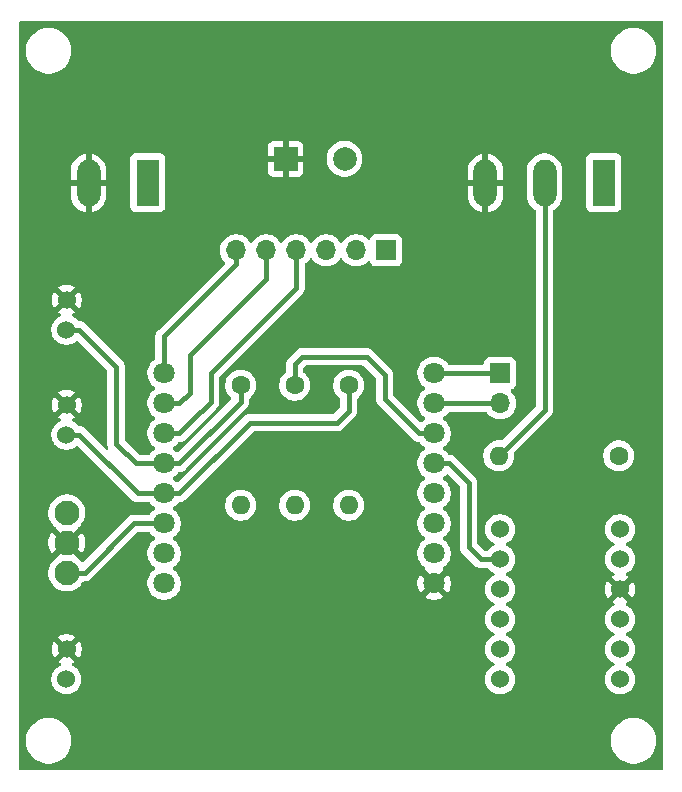
<source format=gbr>
G04 #@! TF.GenerationSoftware,KiCad,Pcbnew,9.0.1*
G04 #@! TF.CreationDate,2025-06-13T00:55:15+02:00*
G04 #@! TF.ProjectId,Garagentor_LEDs,47617261-6765-46e7-946f-725f4c454473,rev?*
G04 #@! TF.SameCoordinates,Original*
G04 #@! TF.FileFunction,Copper,L1,Top*
G04 #@! TF.FilePolarity,Positive*
%FSLAX46Y46*%
G04 Gerber Fmt 4.6, Leading zero omitted, Abs format (unit mm)*
G04 Created by KiCad (PCBNEW 9.0.1) date 2025-06-13 00:55:15*
%MOMM*%
%LPD*%
G01*
G04 APERTURE LIST*
G04 #@! TA.AperFunction,ComponentPad*
%ADD10C,1.800000*%
G04 #@! TD*
G04 #@! TA.AperFunction,ComponentPad*
%ADD11C,2.000000*%
G04 #@! TD*
G04 #@! TA.AperFunction,ComponentPad*
%ADD12R,2.000000X2.000000*%
G04 #@! TD*
G04 #@! TA.AperFunction,ComponentPad*
%ADD13C,1.524000*%
G04 #@! TD*
G04 #@! TA.AperFunction,ComponentPad*
%ADD14R,1.980000X3.960000*%
G04 #@! TD*
G04 #@! TA.AperFunction,ComponentPad*
%ADD15O,1.980000X3.960000*%
G04 #@! TD*
G04 #@! TA.AperFunction,ComponentPad*
%ADD16C,2.100000*%
G04 #@! TD*
G04 #@! TA.AperFunction,ComponentPad*
%ADD17O,1.600000X1.600000*%
G04 #@! TD*
G04 #@! TA.AperFunction,ComponentPad*
%ADD18C,1.600000*%
G04 #@! TD*
G04 #@! TA.AperFunction,ComponentPad*
%ADD19O,1.700000X1.700000*%
G04 #@! TD*
G04 #@! TA.AperFunction,ComponentPad*
%ADD20R,1.700000X1.700000*%
G04 #@! TD*
G04 #@! TA.AperFunction,Conductor*
%ADD21C,0.450000*%
G04 #@! TD*
G04 APERTURE END LIST*
D10*
X187579000Y-78105000D03*
X210439000Y-78105000D03*
X187579000Y-75565000D03*
X210439000Y-75565000D03*
X187579000Y-73025000D03*
X210439000Y-73025000D03*
X187579000Y-70485000D03*
X210439000Y-70485000D03*
X187579000Y-67945000D03*
X210439000Y-67945000D03*
X187579000Y-65405000D03*
X210439000Y-65405000D03*
X187579000Y-62865000D03*
X210439000Y-62865000D03*
X187579000Y-60325000D03*
X210439000Y-60325000D03*
D11*
X202866000Y-42164000D03*
D12*
X197866000Y-42164000D03*
D13*
X179324000Y-54102000D03*
X179304000Y-56642000D03*
X179304000Y-65532000D03*
X179324000Y-62992000D03*
X179324000Y-83693000D03*
X179304000Y-86233000D03*
D14*
X224790000Y-44196000D03*
D15*
X219790000Y-44196000D03*
X214790000Y-44196000D03*
D16*
X179324000Y-72136000D03*
X179324000Y-74676000D03*
X179324000Y-77216000D03*
D14*
X186182000Y-44196000D03*
D15*
X181182000Y-44196000D03*
D17*
X194056000Y-71501000D03*
D18*
X194056000Y-61341000D03*
X203200000Y-61341000D03*
D17*
X203200000Y-71501000D03*
X198628000Y-71501000D03*
D18*
X198628000Y-61341000D03*
X226060000Y-67310000D03*
D17*
X215900000Y-67310000D03*
D13*
X216027000Y-73533000D03*
X216027000Y-76073000D03*
X216027000Y-78613000D03*
X216027000Y-81153000D03*
X216027000Y-83693000D03*
X216027000Y-86233000D03*
X226187000Y-73533000D03*
X226187000Y-76073000D03*
X226187000Y-78613000D03*
X226187000Y-81153000D03*
X226187000Y-83693000D03*
X226187000Y-86233000D03*
D19*
X193675000Y-49911000D03*
X196215000Y-49911000D03*
X198755000Y-49911000D03*
X201295000Y-49911000D03*
X203835000Y-49911000D03*
D20*
X206375000Y-49911000D03*
D19*
X216027000Y-62865000D03*
D20*
X216027000Y-60325000D03*
D21*
X180381630Y-56642000D02*
X183515000Y-59775370D01*
X179304000Y-56642000D02*
X180381630Y-56642000D01*
X183515000Y-59775370D02*
X183515000Y-66294000D01*
X185166000Y-67945000D02*
X187579000Y-67945000D01*
X183515000Y-66294000D02*
X185166000Y-67945000D01*
X194056000Y-62472370D02*
X194056000Y-61341000D01*
X194056000Y-62740792D02*
X194056000Y-62472370D01*
X188851792Y-67945000D02*
X194056000Y-62740792D01*
X187579000Y-67945000D02*
X188851792Y-67945000D01*
X185334630Y-70485000D02*
X186306208Y-70485000D01*
X180381630Y-65532000D02*
X185334630Y-70485000D01*
X186306208Y-70485000D02*
X187579000Y-70485000D01*
X179304000Y-65532000D02*
X180381630Y-65532000D01*
X188851792Y-70485000D02*
X194820792Y-64516000D01*
X187579000Y-70485000D02*
X188851792Y-70485000D01*
X194820792Y-64516000D02*
X202184000Y-64516000D01*
X203200000Y-63500000D02*
X203200000Y-61341000D01*
X202184000Y-64516000D02*
X203200000Y-63500000D01*
X209166208Y-65405000D02*
X206248000Y-62486792D01*
X210439000Y-65405000D02*
X209166208Y-65405000D01*
X206248000Y-62486792D02*
X206248000Y-60452000D01*
X206248000Y-60452000D02*
X204724000Y-58928000D01*
X204724000Y-58928000D02*
X199263000Y-58928000D01*
X198628000Y-59563000D02*
X198628000Y-61341000D01*
X199263000Y-58928000D02*
X198628000Y-59563000D01*
X219790000Y-63420000D02*
X215900000Y-67310000D01*
X219790000Y-44196000D02*
X219790000Y-63420000D01*
X179324000Y-77216000D02*
X180848000Y-77216000D01*
X185039000Y-73025000D02*
X187579000Y-73025000D01*
X180848000Y-77216000D02*
X185039000Y-73025000D01*
X211711792Y-67945000D02*
X213360000Y-69593208D01*
X210439000Y-67945000D02*
X211711792Y-67945000D01*
X213360000Y-69593208D02*
X213360000Y-75057000D01*
X214376000Y-76073000D02*
X216027000Y-76073000D01*
X213360000Y-75057000D02*
X214376000Y-76073000D01*
X187579000Y-59052208D02*
X187579000Y-60325000D01*
X187579000Y-57209081D02*
X187579000Y-59052208D01*
X193675000Y-51113081D02*
X187579000Y-57209081D01*
X193675000Y-49911000D02*
X193675000Y-51113081D01*
X188851792Y-62865000D02*
X187579000Y-62865000D01*
X189738000Y-61978792D02*
X188851792Y-62865000D01*
X196215000Y-49911000D02*
X196215000Y-52324000D01*
X189738000Y-58801000D02*
X189738000Y-61978792D01*
X196215000Y-52324000D02*
X189738000Y-58801000D01*
X188851792Y-65405000D02*
X187579000Y-65405000D01*
X189867792Y-64389000D02*
X188851792Y-65405000D01*
X198755000Y-53086000D02*
X191516000Y-60325000D01*
X198755000Y-49911000D02*
X198755000Y-53086000D01*
X191516000Y-60325000D02*
X191516000Y-62738000D01*
X191516000Y-62738000D02*
X189867792Y-64386208D01*
X189867792Y-64386208D02*
X189867792Y-64389000D01*
X210439000Y-62865000D02*
X216027000Y-62865000D01*
X211711792Y-60325000D02*
X216027000Y-60325000D01*
X210439000Y-60325000D02*
X211711792Y-60325000D01*
G04 #@! TA.AperFunction,Conductor*
G36*
X229786621Y-30525502D02*
G01*
X229833114Y-30579158D01*
X229844500Y-30631500D01*
X229844500Y-93828500D01*
X229824498Y-93896621D01*
X229770842Y-93943114D01*
X229718500Y-93954500D01*
X175411500Y-93954500D01*
X175343379Y-93934498D01*
X175296886Y-93880842D01*
X175285500Y-93828500D01*
X175285500Y-91313465D01*
X175869500Y-91313465D01*
X175869500Y-91566534D01*
X175902530Y-91817422D01*
X175902531Y-91817428D01*
X175902532Y-91817430D01*
X175968029Y-92061870D01*
X176064872Y-92295670D01*
X176064873Y-92295671D01*
X176064878Y-92295682D01*
X176191404Y-92514831D01*
X176309615Y-92668886D01*
X176317560Y-92679240D01*
X176345460Y-92715599D01*
X176345473Y-92715613D01*
X176524386Y-92894526D01*
X176524400Y-92894539D01*
X176524402Y-92894541D01*
X176617826Y-92966227D01*
X176725168Y-93048595D01*
X176944317Y-93175121D01*
X176944321Y-93175122D01*
X176944330Y-93175128D01*
X177178130Y-93271971D01*
X177422570Y-93337468D01*
X177422576Y-93337468D01*
X177422577Y-93337469D01*
X177451362Y-93341258D01*
X177673468Y-93370500D01*
X177673475Y-93370500D01*
X177926525Y-93370500D01*
X177926532Y-93370500D01*
X178177430Y-93337468D01*
X178421870Y-93271971D01*
X178655670Y-93175128D01*
X178874830Y-93048596D01*
X179075598Y-92894541D01*
X179254541Y-92715598D01*
X179408596Y-92514830D01*
X179535128Y-92295670D01*
X179631971Y-92061870D01*
X179697468Y-91817430D01*
X179730500Y-91566532D01*
X179730500Y-91313468D01*
X179730500Y-91313465D01*
X225399500Y-91313465D01*
X225399500Y-91566534D01*
X225432530Y-91817422D01*
X225432531Y-91817428D01*
X225432532Y-91817430D01*
X225498029Y-92061870D01*
X225594872Y-92295670D01*
X225594873Y-92295671D01*
X225594878Y-92295682D01*
X225721404Y-92514831D01*
X225839615Y-92668886D01*
X225847560Y-92679240D01*
X225875460Y-92715599D01*
X225875473Y-92715613D01*
X226054386Y-92894526D01*
X226054400Y-92894539D01*
X226054402Y-92894541D01*
X226147826Y-92966227D01*
X226255168Y-93048595D01*
X226474317Y-93175121D01*
X226474321Y-93175122D01*
X226474330Y-93175128D01*
X226708130Y-93271971D01*
X226952570Y-93337468D01*
X226952576Y-93337468D01*
X226952577Y-93337469D01*
X226981362Y-93341258D01*
X227203468Y-93370500D01*
X227203475Y-93370500D01*
X227456525Y-93370500D01*
X227456532Y-93370500D01*
X227707430Y-93337468D01*
X227951870Y-93271971D01*
X228185670Y-93175128D01*
X228404830Y-93048596D01*
X228605598Y-92894541D01*
X228784541Y-92715598D01*
X228938596Y-92514830D01*
X229065128Y-92295670D01*
X229161971Y-92061870D01*
X229227468Y-91817430D01*
X229260500Y-91566532D01*
X229260500Y-91313468D01*
X229227468Y-91062570D01*
X229161971Y-90818130D01*
X229065128Y-90584330D01*
X229065122Y-90584321D01*
X229065121Y-90584317D01*
X228938595Y-90365168D01*
X228856227Y-90257826D01*
X228784541Y-90164402D01*
X228784539Y-90164400D01*
X228784526Y-90164386D01*
X228605613Y-89985473D01*
X228605599Y-89985460D01*
X228404831Y-89831404D01*
X228185682Y-89704878D01*
X228185674Y-89704874D01*
X228185670Y-89704872D01*
X227951870Y-89608029D01*
X227707430Y-89542532D01*
X227707428Y-89542531D01*
X227707422Y-89542530D01*
X227456534Y-89509500D01*
X227456532Y-89509500D01*
X227203468Y-89509500D01*
X227203465Y-89509500D01*
X226952577Y-89542530D01*
X226708130Y-89608029D01*
X226474328Y-89704873D01*
X226474317Y-89704878D01*
X226255168Y-89831404D01*
X226054400Y-89985460D01*
X226054386Y-89985473D01*
X225875473Y-90164386D01*
X225875460Y-90164400D01*
X225721404Y-90365168D01*
X225594878Y-90584317D01*
X225594873Y-90584328D01*
X225498029Y-90818130D01*
X225432530Y-91062577D01*
X225399500Y-91313465D01*
X179730500Y-91313465D01*
X179697468Y-91062570D01*
X179631971Y-90818130D01*
X179535128Y-90584330D01*
X179535122Y-90584321D01*
X179535121Y-90584317D01*
X179408595Y-90365168D01*
X179326227Y-90257826D01*
X179254541Y-90164402D01*
X179254539Y-90164400D01*
X179254526Y-90164386D01*
X179075613Y-89985473D01*
X179075599Y-89985460D01*
X178874831Y-89831404D01*
X178655682Y-89704878D01*
X178655674Y-89704874D01*
X178655670Y-89704872D01*
X178421870Y-89608029D01*
X178177430Y-89542532D01*
X178177428Y-89542531D01*
X178177422Y-89542530D01*
X177926534Y-89509500D01*
X177926532Y-89509500D01*
X177673468Y-89509500D01*
X177673465Y-89509500D01*
X177422577Y-89542530D01*
X177178130Y-89608029D01*
X176944328Y-89704873D01*
X176944317Y-89704878D01*
X176725168Y-89831404D01*
X176524400Y-89985460D01*
X176524386Y-89985473D01*
X176345473Y-90164386D01*
X176345460Y-90164400D01*
X176191404Y-90365168D01*
X176064878Y-90584317D01*
X176064873Y-90584328D01*
X175968029Y-90818130D01*
X175902530Y-91062577D01*
X175869500Y-91313465D01*
X175285500Y-91313465D01*
X175285500Y-86133009D01*
X178033500Y-86133009D01*
X178033500Y-86332991D01*
X178064784Y-86530510D01*
X178064785Y-86530515D01*
X178126579Y-86720698D01*
X178126581Y-86720703D01*
X178126582Y-86720704D01*
X178217372Y-86898890D01*
X178297683Y-87009428D01*
X178334917Y-87060675D01*
X178334919Y-87060677D01*
X178334921Y-87060680D01*
X178476319Y-87202078D01*
X178476322Y-87202080D01*
X178476325Y-87202083D01*
X178553195Y-87257932D01*
X178638109Y-87319627D01*
X178638113Y-87319629D01*
X178816297Y-87410419D01*
X179006484Y-87472214D01*
X179006485Y-87472214D01*
X179006490Y-87472216D01*
X179204009Y-87503500D01*
X179204012Y-87503500D01*
X179403988Y-87503500D01*
X179403991Y-87503500D01*
X179601510Y-87472216D01*
X179791703Y-87410419D01*
X179969887Y-87319629D01*
X180131675Y-87202083D01*
X180273083Y-87060675D01*
X180390629Y-86898887D01*
X180481419Y-86720703D01*
X180543216Y-86530510D01*
X180574500Y-86332991D01*
X180574500Y-86133009D01*
X180543216Y-85935490D01*
X180481419Y-85745297D01*
X180390629Y-85567113D01*
X180390627Y-85567109D01*
X180328932Y-85482195D01*
X180273083Y-85405325D01*
X180273080Y-85405322D01*
X180273078Y-85405319D01*
X180131680Y-85263921D01*
X180131677Y-85263919D01*
X180131675Y-85263917D01*
X179969890Y-85146373D01*
X179969889Y-85146372D01*
X179961974Y-85142339D01*
X179839785Y-85080080D01*
X179788171Y-85031332D01*
X179771105Y-84962417D01*
X179794006Y-84895216D01*
X179839787Y-84855547D01*
X179989623Y-84779202D01*
X179989624Y-84779201D01*
X180025166Y-84753377D01*
X179345790Y-84074000D01*
X179374160Y-84074000D01*
X179471061Y-84048036D01*
X179557940Y-83997876D01*
X179628876Y-83926940D01*
X179679036Y-83840061D01*
X179705000Y-83743160D01*
X179705000Y-83714789D01*
X180384377Y-84394166D01*
X180410200Y-84358626D01*
X180500953Y-84180512D01*
X180500956Y-84180506D01*
X180562726Y-83990397D01*
X180594000Y-83792947D01*
X180594000Y-83593052D01*
X180562726Y-83395602D01*
X180500956Y-83205493D01*
X180500953Y-83205487D01*
X180410199Y-83027373D01*
X180384377Y-82991831D01*
X179705000Y-83671208D01*
X179705000Y-83642840D01*
X179679036Y-83545939D01*
X179628876Y-83459060D01*
X179557940Y-83388124D01*
X179471061Y-83337964D01*
X179374160Y-83312000D01*
X179345790Y-83312000D01*
X180025166Y-82632622D01*
X179989624Y-82606799D01*
X179811512Y-82516046D01*
X179811506Y-82516043D01*
X179621395Y-82454273D01*
X179621399Y-82454273D01*
X179423948Y-82423000D01*
X179224052Y-82423000D01*
X179026602Y-82454273D01*
X178836493Y-82516043D01*
X178836487Y-82516046D01*
X178658376Y-82606798D01*
X178658375Y-82606799D01*
X178622832Y-82632622D01*
X178622832Y-82632623D01*
X179302209Y-83312000D01*
X179273840Y-83312000D01*
X179176939Y-83337964D01*
X179090060Y-83388124D01*
X179019124Y-83459060D01*
X178968964Y-83545939D01*
X178943000Y-83642840D01*
X178943000Y-83671209D01*
X178263623Y-82991832D01*
X178263622Y-82991832D01*
X178237799Y-83027375D01*
X178237798Y-83027376D01*
X178147046Y-83205487D01*
X178147043Y-83205493D01*
X178085273Y-83395602D01*
X178054000Y-83593052D01*
X178054000Y-83792947D01*
X178085273Y-83990397D01*
X178147043Y-84180506D01*
X178147046Y-84180512D01*
X178237799Y-84358624D01*
X178263622Y-84394166D01*
X178943000Y-83714788D01*
X178943000Y-83743160D01*
X178968964Y-83840061D01*
X179019124Y-83926940D01*
X179090060Y-83997876D01*
X179176939Y-84048036D01*
X179273840Y-84074000D01*
X179302210Y-84074000D01*
X178622831Y-84753377D01*
X178658373Y-84779199D01*
X178788213Y-84845356D01*
X178839828Y-84894104D01*
X178856894Y-84963019D01*
X178833993Y-85030221D01*
X178788214Y-85069889D01*
X178638112Y-85146371D01*
X178476322Y-85263919D01*
X178476319Y-85263921D01*
X178334921Y-85405319D01*
X178334919Y-85405322D01*
X178217372Y-85567109D01*
X178126582Y-85745295D01*
X178126579Y-85745301D01*
X178064785Y-85935484D01*
X178064784Y-85935489D01*
X178064784Y-85935490D01*
X178033500Y-86133009D01*
X175285500Y-86133009D01*
X175285500Y-72013343D01*
X177765500Y-72013343D01*
X177765500Y-72258657D01*
X177789017Y-72407133D01*
X177803876Y-72500952D01*
X177842599Y-72620126D01*
X177872981Y-72713634D01*
X177879682Y-72734255D01*
X177879685Y-72734263D01*
X177991051Y-72952832D01*
X178135244Y-73151296D01*
X178308700Y-73324752D01*
X178308703Y-73324754D01*
X178308706Y-73324757D01*
X178385751Y-73380734D01*
X178400783Y-73393573D01*
X179158227Y-74151017D01*
X179111708Y-74163482D01*
X178986292Y-74235890D01*
X178883890Y-74338292D01*
X178811482Y-74463708D01*
X178799017Y-74510227D01*
X178057437Y-73768647D01*
X178057435Y-73768647D01*
X177991481Y-73859426D01*
X177880145Y-74077933D01*
X177880142Y-74077939D01*
X177804364Y-74311161D01*
X177766000Y-74553386D01*
X177766000Y-74798613D01*
X177804364Y-75040838D01*
X177880142Y-75274060D01*
X177880145Y-75274066D01*
X177991481Y-75492573D01*
X178057435Y-75583351D01*
X178057437Y-75583351D01*
X178799016Y-74841771D01*
X178811482Y-74888292D01*
X178883890Y-75013708D01*
X178986292Y-75116110D01*
X179111708Y-75188518D01*
X179158226Y-75200982D01*
X178400784Y-75958425D01*
X178385751Y-75971264D01*
X178308709Y-76027239D01*
X178308702Y-76027245D01*
X178135244Y-76200703D01*
X177991051Y-76399167D01*
X177879685Y-76617736D01*
X177879682Y-76617744D01*
X177803876Y-76851047D01*
X177796015Y-76900680D01*
X177765500Y-77093343D01*
X177765500Y-77338657D01*
X177784014Y-77455546D01*
X177803876Y-77580952D01*
X177837221Y-77683575D01*
X177872801Y-77793080D01*
X177879682Y-77814255D01*
X177879685Y-77814263D01*
X177991051Y-78032832D01*
X178135244Y-78231296D01*
X178308703Y-78404755D01*
X178350089Y-78434824D01*
X178507168Y-78548949D01*
X178725744Y-78660318D01*
X178959050Y-78736124D01*
X179201343Y-78774500D01*
X179201346Y-78774500D01*
X179446654Y-78774500D01*
X179446657Y-78774500D01*
X179688950Y-78736124D01*
X179922256Y-78660318D01*
X180140832Y-78548949D01*
X180339294Y-78404757D01*
X180512757Y-78231294D01*
X180656949Y-78032832D01*
X180664355Y-78018297D01*
X180673391Y-78008729D01*
X180678410Y-77996568D01*
X180697297Y-77983416D01*
X180713103Y-77966682D01*
X180727222Y-77962580D01*
X180736674Y-77956000D01*
X180766695Y-77951115D01*
X180771960Y-77949586D01*
X180774282Y-77949500D01*
X180775756Y-77949500D01*
X180920244Y-77949500D01*
X180943755Y-77944823D01*
X181061954Y-77921312D01*
X181156344Y-77882213D01*
X181195443Y-77866019D01*
X181243562Y-77833866D01*
X181315579Y-77785747D01*
X181417747Y-77683579D01*
X181424920Y-77676406D01*
X181424931Y-77676392D01*
X185305920Y-73795405D01*
X185368232Y-73761379D01*
X185395015Y-73758500D01*
X186306718Y-73758500D01*
X186374839Y-73778502D01*
X186408652Y-73810437D01*
X186504657Y-73942576D01*
X186504659Y-73942578D01*
X186504661Y-73942581D01*
X186661421Y-74099341D01*
X186790419Y-74193064D01*
X186833773Y-74249287D01*
X186839848Y-74320023D01*
X186806716Y-74382815D01*
X186790419Y-74396936D01*
X186661421Y-74490658D01*
X186504658Y-74647421D01*
X186374345Y-74826781D01*
X186273693Y-75024322D01*
X186273690Y-75024328D01*
X186205183Y-75235170D01*
X186205182Y-75235175D01*
X186205182Y-75235176D01*
X186170500Y-75454149D01*
X186170500Y-75675851D01*
X186205182Y-75894824D01*
X186205183Y-75894829D01*
X186248208Y-76027245D01*
X186273692Y-76105676D01*
X186374343Y-76303215D01*
X186374345Y-76303218D01*
X186504658Y-76482578D01*
X186661421Y-76639341D01*
X186790419Y-76733064D01*
X186833773Y-76789287D01*
X186839848Y-76860023D01*
X186806716Y-76922815D01*
X186790419Y-76936936D01*
X186661421Y-77030658D01*
X186504658Y-77187421D01*
X186374345Y-77366781D01*
X186273693Y-77564322D01*
X186273690Y-77564328D01*
X186205183Y-77775170D01*
X186205182Y-77775175D01*
X186205182Y-77775176D01*
X186170500Y-77994149D01*
X186170500Y-78215851D01*
X186205164Y-78434710D01*
X186205183Y-78434829D01*
X186263075Y-78613000D01*
X186273692Y-78645676D01*
X186374343Y-78843215D01*
X186374345Y-78843218D01*
X186504658Y-79022578D01*
X186661421Y-79179341D01*
X186661424Y-79179343D01*
X186840785Y-79309657D01*
X187038324Y-79410308D01*
X187249176Y-79478818D01*
X187468149Y-79513500D01*
X187468152Y-79513500D01*
X187689848Y-79513500D01*
X187689851Y-79513500D01*
X187908824Y-79478818D01*
X188119676Y-79410308D01*
X188317215Y-79309657D01*
X188496576Y-79179343D01*
X188496581Y-79179338D01*
X188548862Y-79127058D01*
X188653338Y-79022581D01*
X188653341Y-79022578D01*
X188653343Y-79022576D01*
X188783657Y-78843215D01*
X188884308Y-78645676D01*
X188952818Y-78434824D01*
X188987500Y-78215851D01*
X188987500Y-77994149D01*
X188952818Y-77775176D01*
X188884308Y-77564324D01*
X188783657Y-77366785D01*
X188699112Y-77250419D01*
X188653341Y-77187421D01*
X188496581Y-77030661D01*
X188496578Y-77030659D01*
X188496577Y-77030658D01*
X188496576Y-77030657D01*
X188367579Y-76936934D01*
X188324226Y-76880714D01*
X188318151Y-76809978D01*
X188351282Y-76747186D01*
X188367576Y-76733067D01*
X188496576Y-76639343D01*
X188653343Y-76482576D01*
X188783657Y-76303215D01*
X188884308Y-76105676D01*
X188952818Y-75894824D01*
X188987500Y-75675851D01*
X188987500Y-75454149D01*
X188952818Y-75235176D01*
X188884308Y-75024324D01*
X188783657Y-74826785D01*
X188653343Y-74647424D01*
X188653341Y-74647421D01*
X188496581Y-74490661D01*
X188496578Y-74490659D01*
X188496577Y-74490658D01*
X188496576Y-74490657D01*
X188367579Y-74396934D01*
X188324226Y-74340714D01*
X188318151Y-74269978D01*
X188351282Y-74207186D01*
X188367576Y-74193067D01*
X188496576Y-74099343D01*
X188653343Y-73942576D01*
X188783657Y-73763215D01*
X188884308Y-73565676D01*
X188952818Y-73354824D01*
X188987500Y-73135851D01*
X188987500Y-72914149D01*
X188952818Y-72695176D01*
X188884308Y-72484324D01*
X188783657Y-72286785D01*
X188711018Y-72186806D01*
X188653341Y-72107421D01*
X188496581Y-71950661D01*
X188496578Y-71950659D01*
X188496577Y-71950658D01*
X188496576Y-71950657D01*
X188367579Y-71856934D01*
X188324226Y-71800714D01*
X188318151Y-71729978D01*
X188351282Y-71667186D01*
X188367576Y-71653067D01*
X188496576Y-71559343D01*
X188653343Y-71402576D01*
X188656654Y-71398019D01*
X192747500Y-71398019D01*
X192747500Y-71603981D01*
X192775383Y-71780023D01*
X192779721Y-71807412D01*
X192826265Y-71950661D01*
X192843366Y-72003290D01*
X192936871Y-72186803D01*
X193057932Y-72353430D01*
X193057934Y-72353432D01*
X193057936Y-72353435D01*
X193203564Y-72499063D01*
X193203567Y-72499065D01*
X193203570Y-72499068D01*
X193370197Y-72620129D01*
X193553710Y-72713634D01*
X193749592Y-72777280D01*
X193953019Y-72809500D01*
X193953022Y-72809500D01*
X194158978Y-72809500D01*
X194158981Y-72809500D01*
X194362408Y-72777280D01*
X194558290Y-72713634D01*
X194741803Y-72620129D01*
X194908430Y-72499068D01*
X195054068Y-72353430D01*
X195175129Y-72186803D01*
X195268634Y-72003290D01*
X195332280Y-71807408D01*
X195364500Y-71603981D01*
X195364500Y-71398019D01*
X197319500Y-71398019D01*
X197319500Y-71603981D01*
X197347383Y-71780023D01*
X197351721Y-71807412D01*
X197398265Y-71950661D01*
X197415366Y-72003290D01*
X197508871Y-72186803D01*
X197629932Y-72353430D01*
X197629934Y-72353432D01*
X197629936Y-72353435D01*
X197775564Y-72499063D01*
X197775567Y-72499065D01*
X197775570Y-72499068D01*
X197942197Y-72620129D01*
X198125710Y-72713634D01*
X198321592Y-72777280D01*
X198525019Y-72809500D01*
X198525022Y-72809500D01*
X198730978Y-72809500D01*
X198730981Y-72809500D01*
X198934408Y-72777280D01*
X199130290Y-72713634D01*
X199313803Y-72620129D01*
X199480430Y-72499068D01*
X199626068Y-72353430D01*
X199747129Y-72186803D01*
X199840634Y-72003290D01*
X199904280Y-71807408D01*
X199936500Y-71603981D01*
X199936500Y-71398019D01*
X201891500Y-71398019D01*
X201891500Y-71603981D01*
X201919383Y-71780023D01*
X201923721Y-71807412D01*
X201970265Y-71950661D01*
X201987366Y-72003290D01*
X202080871Y-72186803D01*
X202201932Y-72353430D01*
X202201934Y-72353432D01*
X202201936Y-72353435D01*
X202347564Y-72499063D01*
X202347567Y-72499065D01*
X202347570Y-72499068D01*
X202514197Y-72620129D01*
X202697710Y-72713634D01*
X202893592Y-72777280D01*
X203097019Y-72809500D01*
X203097022Y-72809500D01*
X203302978Y-72809500D01*
X203302981Y-72809500D01*
X203506408Y-72777280D01*
X203702290Y-72713634D01*
X203885803Y-72620129D01*
X204052430Y-72499068D01*
X204198068Y-72353430D01*
X204319129Y-72186803D01*
X204412634Y-72003290D01*
X204476280Y-71807408D01*
X204508500Y-71603981D01*
X204508500Y-71398019D01*
X204476280Y-71194592D01*
X204412634Y-70998710D01*
X204319129Y-70815197D01*
X204198068Y-70648570D01*
X204198065Y-70648567D01*
X204198063Y-70648564D01*
X204052435Y-70502936D01*
X204052432Y-70502934D01*
X204052430Y-70502932D01*
X203885803Y-70381871D01*
X203702290Y-70288366D01*
X203702287Y-70288365D01*
X203702285Y-70288364D01*
X203506412Y-70224721D01*
X203506410Y-70224720D01*
X203506408Y-70224720D01*
X203302981Y-70192500D01*
X203097019Y-70192500D01*
X202893592Y-70224720D01*
X202893590Y-70224720D01*
X202893587Y-70224721D01*
X202697714Y-70288364D01*
X202697708Y-70288367D01*
X202514193Y-70381873D01*
X202347567Y-70502934D01*
X202347564Y-70502936D01*
X202201936Y-70648564D01*
X202201934Y-70648567D01*
X202080873Y-70815193D01*
X201987367Y-70998708D01*
X201987364Y-70998714D01*
X201923721Y-71194587D01*
X201923720Y-71194590D01*
X201923720Y-71194592D01*
X201891500Y-71398019D01*
X199936500Y-71398019D01*
X199904280Y-71194592D01*
X199840634Y-70998710D01*
X199747129Y-70815197D01*
X199626068Y-70648570D01*
X199626065Y-70648567D01*
X199626063Y-70648564D01*
X199480435Y-70502936D01*
X199480432Y-70502934D01*
X199480430Y-70502932D01*
X199313803Y-70381871D01*
X199130290Y-70288366D01*
X199130287Y-70288365D01*
X199130285Y-70288364D01*
X198934412Y-70224721D01*
X198934410Y-70224720D01*
X198934408Y-70224720D01*
X198730981Y-70192500D01*
X198525019Y-70192500D01*
X198321592Y-70224720D01*
X198321590Y-70224720D01*
X198321587Y-70224721D01*
X198125714Y-70288364D01*
X198125708Y-70288367D01*
X197942193Y-70381873D01*
X197775567Y-70502934D01*
X197775564Y-70502936D01*
X197629936Y-70648564D01*
X197629934Y-70648567D01*
X197508873Y-70815193D01*
X197415367Y-70998708D01*
X197415364Y-70998714D01*
X197351721Y-71194587D01*
X197351720Y-71194590D01*
X197351720Y-71194592D01*
X197319500Y-71398019D01*
X195364500Y-71398019D01*
X195332280Y-71194592D01*
X195268634Y-70998710D01*
X195175129Y-70815197D01*
X195054068Y-70648570D01*
X195054065Y-70648567D01*
X195054063Y-70648564D01*
X194908435Y-70502936D01*
X194908432Y-70502934D01*
X194908430Y-70502932D01*
X194741803Y-70381871D01*
X194558290Y-70288366D01*
X194558287Y-70288365D01*
X194558285Y-70288364D01*
X194362412Y-70224721D01*
X194362410Y-70224720D01*
X194362408Y-70224720D01*
X194158981Y-70192500D01*
X193953019Y-70192500D01*
X193749592Y-70224720D01*
X193749590Y-70224720D01*
X193749587Y-70224721D01*
X193553714Y-70288364D01*
X193553708Y-70288367D01*
X193370193Y-70381873D01*
X193203567Y-70502934D01*
X193203564Y-70502936D01*
X193057936Y-70648564D01*
X193057934Y-70648567D01*
X192936873Y-70815193D01*
X192843367Y-70998708D01*
X192843364Y-70998714D01*
X192779721Y-71194587D01*
X192779720Y-71194590D01*
X192779720Y-71194592D01*
X192747500Y-71398019D01*
X188656654Y-71398019D01*
X188749347Y-71270437D01*
X188805569Y-71227085D01*
X188851282Y-71218500D01*
X188924033Y-71218500D01*
X188924036Y-71218500D01*
X188947547Y-71213823D01*
X189065746Y-71190312D01*
X189160136Y-71151213D01*
X189199235Y-71135019D01*
X189285318Y-71077500D01*
X189319371Y-71054747D01*
X189421539Y-70952579D01*
X189431906Y-70942212D01*
X189431913Y-70942202D01*
X195087713Y-65286405D01*
X195150025Y-65252379D01*
X195176808Y-65249500D01*
X202256241Y-65249500D01*
X202256244Y-65249500D01*
X202279755Y-65244823D01*
X202397954Y-65221312D01*
X202492344Y-65182213D01*
X202531443Y-65166019D01*
X202579562Y-65133866D01*
X202651579Y-65085747D01*
X202753747Y-64983579D01*
X202760920Y-64976406D01*
X202760931Y-64976392D01*
X203660393Y-64076930D01*
X203660401Y-64076924D01*
X203667576Y-64069748D01*
X203667579Y-64069747D01*
X203769747Y-63967579D01*
X203823201Y-63887579D01*
X203850019Y-63847443D01*
X203866213Y-63808344D01*
X203905312Y-63713954D01*
X203933500Y-63572243D01*
X203933500Y-62489675D01*
X203953502Y-62421554D01*
X203985441Y-62387738D01*
X204052426Y-62339072D01*
X204198063Y-62193435D01*
X204198068Y-62193430D01*
X204319129Y-62026803D01*
X204412634Y-61843290D01*
X204476280Y-61647408D01*
X204508500Y-61443981D01*
X204508500Y-61238019D01*
X204476280Y-61034592D01*
X204412634Y-60838710D01*
X204319129Y-60655197D01*
X204198068Y-60488570D01*
X204198065Y-60488567D01*
X204198063Y-60488564D01*
X204052435Y-60342936D01*
X204052432Y-60342934D01*
X204052431Y-60342933D01*
X204052430Y-60342932D01*
X203885803Y-60221871D01*
X203702290Y-60128366D01*
X203702287Y-60128365D01*
X203702285Y-60128364D01*
X203506412Y-60064721D01*
X203506410Y-60064720D01*
X203506408Y-60064720D01*
X203302981Y-60032500D01*
X203097019Y-60032500D01*
X202893592Y-60064720D01*
X202893590Y-60064720D01*
X202893587Y-60064721D01*
X202697714Y-60128364D01*
X202697708Y-60128367D01*
X202514193Y-60221873D01*
X202347567Y-60342934D01*
X202347564Y-60342936D01*
X202201936Y-60488564D01*
X202201934Y-60488567D01*
X202080873Y-60655193D01*
X201987367Y-60838708D01*
X201987364Y-60838714D01*
X201923721Y-61034587D01*
X201923720Y-61034590D01*
X201923720Y-61034592D01*
X201891500Y-61238019D01*
X201891500Y-61443981D01*
X201920312Y-61625889D01*
X201923721Y-61647412D01*
X201970265Y-61790661D01*
X201987366Y-61843290D01*
X202080871Y-62026803D01*
X202201932Y-62193430D01*
X202201934Y-62193432D01*
X202201936Y-62193435D01*
X202347573Y-62339072D01*
X202414559Y-62387738D01*
X202457914Y-62443959D01*
X202466500Y-62489675D01*
X202466500Y-63143985D01*
X202446498Y-63212106D01*
X202429595Y-63233080D01*
X201917080Y-63745595D01*
X201854768Y-63779621D01*
X201827985Y-63782500D01*
X194748545Y-63782500D01*
X194606836Y-63810688D01*
X194606835Y-63810689D01*
X194473349Y-63865981D01*
X194353212Y-63946253D01*
X194353208Y-63946256D01*
X188781787Y-69517677D01*
X188719475Y-69551703D01*
X188648660Y-69546638D01*
X188603597Y-69517677D01*
X188496581Y-69410661D01*
X188496578Y-69410659D01*
X188496577Y-69410658D01*
X188496576Y-69410657D01*
X188367579Y-69316934D01*
X188324226Y-69260714D01*
X188318151Y-69189978D01*
X188351282Y-69127186D01*
X188367576Y-69113067D01*
X188496576Y-69019343D01*
X188653343Y-68862576D01*
X188749347Y-68730437D01*
X188750745Y-68729360D01*
X188751383Y-68727714D01*
X188778737Y-68707774D01*
X188805568Y-68687085D01*
X188807785Y-68686600D01*
X188808755Y-68685894D01*
X188819887Y-68683958D01*
X188843893Y-68678717D01*
X188847587Y-68678500D01*
X188924036Y-68678500D01*
X188947547Y-68673823D01*
X189065746Y-68650312D01*
X189160136Y-68611213D01*
X189199235Y-68595019D01*
X189247354Y-68562866D01*
X189319371Y-68514747D01*
X189421539Y-68412579D01*
X189431906Y-68402212D01*
X189431913Y-68402202D01*
X194625747Y-63208371D01*
X194706020Y-63088234D01*
X194761312Y-62954746D01*
X194789501Y-62813035D01*
X194789501Y-62668548D01*
X194789501Y-62663356D01*
X194789500Y-62663330D01*
X194789500Y-62489675D01*
X194809502Y-62421554D01*
X194841441Y-62387738D01*
X194908426Y-62339072D01*
X195054063Y-62193435D01*
X195054068Y-62193430D01*
X195175129Y-62026803D01*
X195268634Y-61843290D01*
X195332280Y-61647408D01*
X195364500Y-61443981D01*
X195364500Y-61238019D01*
X197319500Y-61238019D01*
X197319500Y-61443981D01*
X197348312Y-61625889D01*
X197351721Y-61647412D01*
X197398265Y-61790661D01*
X197415366Y-61843290D01*
X197508871Y-62026803D01*
X197629932Y-62193430D01*
X197629934Y-62193432D01*
X197629936Y-62193435D01*
X197775564Y-62339063D01*
X197775567Y-62339065D01*
X197775570Y-62339068D01*
X197942197Y-62460129D01*
X198125710Y-62553634D01*
X198321592Y-62617280D01*
X198525019Y-62649500D01*
X198525022Y-62649500D01*
X198730978Y-62649500D01*
X198730981Y-62649500D01*
X198934408Y-62617280D01*
X199130290Y-62553634D01*
X199313803Y-62460129D01*
X199480430Y-62339068D01*
X199626068Y-62193430D01*
X199747129Y-62026803D01*
X199840634Y-61843290D01*
X199904280Y-61647408D01*
X199936500Y-61443981D01*
X199936500Y-61238019D01*
X199904280Y-61034592D01*
X199840634Y-60838710D01*
X199747129Y-60655197D01*
X199626068Y-60488570D01*
X199626065Y-60488567D01*
X199626063Y-60488564D01*
X199480432Y-60342933D01*
X199413439Y-60294260D01*
X199370085Y-60238037D01*
X199361500Y-60192324D01*
X199361500Y-59919016D01*
X199370285Y-59889095D01*
X199376913Y-59858630D01*
X199380726Y-59853535D01*
X199381502Y-59850895D01*
X199398405Y-59829920D01*
X199529922Y-59698404D01*
X199592234Y-59664379D01*
X199619017Y-59661500D01*
X204367985Y-59661500D01*
X204436106Y-59681502D01*
X204457080Y-59698405D01*
X205477595Y-60718920D01*
X205511621Y-60781232D01*
X205514500Y-60808015D01*
X205514500Y-62559037D01*
X205535251Y-62663356D01*
X205542688Y-62700746D01*
X205580800Y-62792756D01*
X205597981Y-62834235D01*
X205608684Y-62850253D01*
X205678253Y-62954371D01*
X205766042Y-63042160D01*
X205787603Y-63063721D01*
X205787609Y-63063726D01*
X208698628Y-65974746D01*
X208818765Y-66055019D01*
X208857863Y-66071213D01*
X208952254Y-66110312D01*
X209070452Y-66133823D01*
X209093964Y-66138500D01*
X209093965Y-66138500D01*
X209166718Y-66138500D01*
X209234839Y-66158502D01*
X209268652Y-66190437D01*
X209364657Y-66322576D01*
X209364659Y-66322578D01*
X209364661Y-66322581D01*
X209521421Y-66479341D01*
X209650419Y-66573064D01*
X209693773Y-66629287D01*
X209699848Y-66700023D01*
X209666716Y-66762815D01*
X209650419Y-66776936D01*
X209521421Y-66870658D01*
X209364658Y-67027421D01*
X209234345Y-67206781D01*
X209133693Y-67404322D01*
X209133690Y-67404328D01*
X209065183Y-67615170D01*
X209065182Y-67615175D01*
X209065182Y-67615176D01*
X209030500Y-67834149D01*
X209030500Y-68055851D01*
X209065182Y-68274824D01*
X209065183Y-68274829D01*
X209133690Y-68485671D01*
X209133692Y-68485676D01*
X209234343Y-68683215D01*
X209234345Y-68683218D01*
X209364658Y-68862578D01*
X209521421Y-69019341D01*
X209650419Y-69113064D01*
X209693773Y-69169287D01*
X209699848Y-69240023D01*
X209666716Y-69302815D01*
X209650419Y-69316936D01*
X209521421Y-69410658D01*
X209364658Y-69567421D01*
X209234345Y-69746781D01*
X209133693Y-69944322D01*
X209133690Y-69944328D01*
X209065183Y-70155170D01*
X209065182Y-70155175D01*
X209065182Y-70155176D01*
X209030500Y-70374149D01*
X209030500Y-70595851D01*
X209065182Y-70814824D01*
X209065183Y-70814829D01*
X209133690Y-71025671D01*
X209133692Y-71025676D01*
X209231941Y-71218500D01*
X209234345Y-71223218D01*
X209364658Y-71402578D01*
X209521421Y-71559341D01*
X209650419Y-71653064D01*
X209693773Y-71709287D01*
X209699848Y-71780023D01*
X209666716Y-71842815D01*
X209650419Y-71856936D01*
X209521421Y-71950658D01*
X209364658Y-72107421D01*
X209234345Y-72286781D01*
X209133693Y-72484322D01*
X209133690Y-72484328D01*
X209065183Y-72695170D01*
X209065182Y-72695175D01*
X209065182Y-72695176D01*
X209030500Y-72914149D01*
X209030500Y-73135851D01*
X209060420Y-73324757D01*
X209065183Y-73354829D01*
X209102263Y-73468949D01*
X209133692Y-73565676D01*
X209199331Y-73694500D01*
X209234345Y-73763218D01*
X209364658Y-73942578D01*
X209521421Y-74099341D01*
X209650419Y-74193064D01*
X209693773Y-74249287D01*
X209699848Y-74320023D01*
X209666716Y-74382815D01*
X209650419Y-74396936D01*
X209521421Y-74490658D01*
X209364658Y-74647421D01*
X209234345Y-74826781D01*
X209133693Y-75024322D01*
X209133690Y-75024328D01*
X209065183Y-75235170D01*
X209065182Y-75235175D01*
X209065182Y-75235176D01*
X209030500Y-75454149D01*
X209030500Y-75675851D01*
X209065182Y-75894824D01*
X209065183Y-75894829D01*
X209108208Y-76027245D01*
X209133692Y-76105676D01*
X209234343Y-76303215D01*
X209234345Y-76303218D01*
X209364658Y-76482578D01*
X209521421Y-76639341D01*
X209650843Y-76733372D01*
X209694197Y-76789595D01*
X209700272Y-76860331D01*
X209667140Y-76923122D01*
X209650844Y-76937244D01*
X209639035Y-76945823D01*
X209639035Y-76945825D01*
X210307519Y-77614309D01*
X210242919Y-77631619D01*
X210127080Y-77698498D01*
X210032498Y-77793080D01*
X209965619Y-77908919D01*
X209948309Y-77973519D01*
X209279825Y-77305035D01*
X209279823Y-77305035D01*
X209234772Y-77367043D01*
X209134156Y-77564514D01*
X209134155Y-77564516D01*
X209065670Y-77775289D01*
X209031000Y-77994191D01*
X209031000Y-78215808D01*
X209065670Y-78434710D01*
X209134155Y-78645483D01*
X209134156Y-78645485D01*
X209234770Y-78842952D01*
X209279824Y-78904963D01*
X209948309Y-78236478D01*
X209965619Y-78301081D01*
X210032498Y-78416920D01*
X210127080Y-78511502D01*
X210242919Y-78578381D01*
X210307518Y-78595690D01*
X209639035Y-79264173D01*
X209639035Y-79264174D01*
X209701047Y-79309229D01*
X209898514Y-79409843D01*
X209898516Y-79409844D01*
X210109289Y-79478329D01*
X210328191Y-79513000D01*
X210549809Y-79513000D01*
X210768710Y-79478329D01*
X210979483Y-79409844D01*
X210979485Y-79409843D01*
X211176954Y-79309228D01*
X211176956Y-79309227D01*
X211238963Y-79264175D01*
X211238964Y-79264174D01*
X210570480Y-78595690D01*
X210635081Y-78578381D01*
X210750920Y-78511502D01*
X210845502Y-78416920D01*
X210912381Y-78301081D01*
X210929690Y-78236479D01*
X211598174Y-78904964D01*
X211598175Y-78904963D01*
X211643227Y-78842956D01*
X211643228Y-78842954D01*
X211743843Y-78645485D01*
X211743844Y-78645483D01*
X211812329Y-78434710D01*
X211847000Y-78215808D01*
X211847000Y-77994191D01*
X211812329Y-77775289D01*
X211743844Y-77564516D01*
X211743843Y-77564514D01*
X211643229Y-77367047D01*
X211598174Y-77305035D01*
X211598173Y-77305035D01*
X210929690Y-77973518D01*
X210912381Y-77908919D01*
X210845502Y-77793080D01*
X210750920Y-77698498D01*
X210635081Y-77631619D01*
X210570479Y-77614309D01*
X211238963Y-76945824D01*
X211238963Y-76945823D01*
X211227154Y-76937243D01*
X211183801Y-76881021D01*
X211177726Y-76810284D01*
X211210858Y-76747493D01*
X211227145Y-76733380D01*
X211356576Y-76639343D01*
X211513343Y-76482576D01*
X211643657Y-76303215D01*
X211744308Y-76105676D01*
X211812818Y-75894824D01*
X211847500Y-75675851D01*
X211847500Y-75454149D01*
X211812818Y-75235176D01*
X211744308Y-75024324D01*
X211643657Y-74826785D01*
X211513343Y-74647424D01*
X211513341Y-74647421D01*
X211356581Y-74490661D01*
X211356578Y-74490659D01*
X211356577Y-74490658D01*
X211356576Y-74490657D01*
X211227579Y-74396934D01*
X211184226Y-74340714D01*
X211178151Y-74269978D01*
X211211282Y-74207186D01*
X211227576Y-74193067D01*
X211356576Y-74099343D01*
X211513343Y-73942576D01*
X211643657Y-73763215D01*
X211744308Y-73565676D01*
X211812818Y-73354824D01*
X211847500Y-73135851D01*
X211847500Y-72914149D01*
X211812818Y-72695176D01*
X211744308Y-72484324D01*
X211643657Y-72286785D01*
X211571018Y-72186806D01*
X211513341Y-72107421D01*
X211356581Y-71950661D01*
X211356578Y-71950659D01*
X211356577Y-71950658D01*
X211356576Y-71950657D01*
X211227579Y-71856934D01*
X211184226Y-71800714D01*
X211178151Y-71729978D01*
X211211282Y-71667186D01*
X211227576Y-71653067D01*
X211356576Y-71559343D01*
X211513343Y-71402576D01*
X211643657Y-71223215D01*
X211744308Y-71025676D01*
X211812818Y-70814824D01*
X211847500Y-70595851D01*
X211847500Y-70374149D01*
X211812818Y-70155176D01*
X211744308Y-69944324D01*
X211643657Y-69746785D01*
X211598946Y-69685246D01*
X211513341Y-69567421D01*
X211356581Y-69410661D01*
X211356578Y-69410659D01*
X211356577Y-69410658D01*
X211356576Y-69410657D01*
X211227579Y-69316934D01*
X211184226Y-69260714D01*
X211178151Y-69189978D01*
X211211282Y-69127186D01*
X211227576Y-69113067D01*
X211356576Y-69019343D01*
X211463599Y-68912319D01*
X211525909Y-68878296D01*
X211596725Y-68883360D01*
X211641788Y-68912321D01*
X212589595Y-69860128D01*
X212623621Y-69922440D01*
X212626500Y-69949223D01*
X212626500Y-75129245D01*
X212645746Y-75226000D01*
X212654688Y-75270954D01*
X212683081Y-75339500D01*
X212709981Y-75404443D01*
X212722368Y-75422981D01*
X212790253Y-75524579D01*
X212790254Y-75524580D01*
X212790259Y-75524586D01*
X212896810Y-75631137D01*
X212896832Y-75631157D01*
X213803077Y-76537402D01*
X213803106Y-76537433D01*
X213908416Y-76642743D01*
X213908420Y-76642746D01*
X213908421Y-76642747D01*
X213980437Y-76690866D01*
X214028557Y-76723019D01*
X214048265Y-76731182D01*
X214141151Y-76769657D01*
X214162043Y-76778311D01*
X214162044Y-76778311D01*
X214162046Y-76778312D01*
X214269531Y-76799692D01*
X214303756Y-76806500D01*
X214303757Y-76806500D01*
X214925295Y-76806500D01*
X214993416Y-76826502D01*
X215027230Y-76858438D01*
X215057917Y-76900675D01*
X215057919Y-76900677D01*
X215057921Y-76900680D01*
X215199319Y-77042078D01*
X215199322Y-77042080D01*
X215199325Y-77042083D01*
X215361113Y-77159629D01*
X215500662Y-77230733D01*
X215552277Y-77279482D01*
X215569343Y-77348397D01*
X215546442Y-77415598D01*
X215500662Y-77455266D01*
X215500114Y-77455546D01*
X215361110Y-77526372D01*
X215199322Y-77643919D01*
X215199319Y-77643921D01*
X215057921Y-77785319D01*
X215057919Y-77785322D01*
X214940372Y-77947109D01*
X214849582Y-78125295D01*
X214849579Y-78125301D01*
X214787785Y-78315484D01*
X214787784Y-78315489D01*
X214787784Y-78315490D01*
X214756500Y-78513009D01*
X214756500Y-78712991D01*
X214786906Y-78904964D01*
X214787785Y-78910515D01*
X214849517Y-79100506D01*
X214849581Y-79100703D01*
X214849582Y-79100704D01*
X214940372Y-79278890D01*
X215020683Y-79389428D01*
X215057917Y-79440675D01*
X215057919Y-79440677D01*
X215057921Y-79440680D01*
X215199319Y-79582078D01*
X215199322Y-79582080D01*
X215199325Y-79582083D01*
X215361113Y-79699629D01*
X215500662Y-79770733D01*
X215552277Y-79819482D01*
X215569343Y-79888397D01*
X215546442Y-79955598D01*
X215500662Y-79995266D01*
X215447152Y-80022531D01*
X215361110Y-80066372D01*
X215199322Y-80183919D01*
X215199319Y-80183921D01*
X215057921Y-80325319D01*
X215057919Y-80325322D01*
X214940372Y-80487109D01*
X214849582Y-80665295D01*
X214849579Y-80665301D01*
X214787785Y-80855484D01*
X214787784Y-80855489D01*
X214787784Y-80855490D01*
X214756500Y-81053009D01*
X214756500Y-81252991D01*
X214787784Y-81450510D01*
X214787785Y-81450515D01*
X214849579Y-81640698D01*
X214849581Y-81640703D01*
X214849582Y-81640704D01*
X214940372Y-81818890D01*
X215020683Y-81929428D01*
X215057917Y-81980675D01*
X215057919Y-81980677D01*
X215057921Y-81980680D01*
X215199319Y-82122078D01*
X215199322Y-82122080D01*
X215199325Y-82122083D01*
X215361113Y-82239629D01*
X215500662Y-82310733D01*
X215552277Y-82359482D01*
X215569343Y-82428397D01*
X215546442Y-82495598D01*
X215500662Y-82535266D01*
X215447152Y-82562531D01*
X215361110Y-82606372D01*
X215199322Y-82723919D01*
X215199319Y-82723921D01*
X215057921Y-82865319D01*
X215057919Y-82865322D01*
X214940372Y-83027109D01*
X214849582Y-83205295D01*
X214849579Y-83205301D01*
X214787785Y-83395484D01*
X214787784Y-83395489D01*
X214787784Y-83395490D01*
X214756500Y-83593009D01*
X214756500Y-83792991D01*
X214787766Y-83990397D01*
X214787785Y-83990515D01*
X214790177Y-83997876D01*
X214849581Y-84180703D01*
X214849582Y-84180704D01*
X214940372Y-84358890D01*
X215020683Y-84469428D01*
X215057917Y-84520675D01*
X215057919Y-84520677D01*
X215057921Y-84520680D01*
X215199319Y-84662078D01*
X215199322Y-84662080D01*
X215199325Y-84662083D01*
X215361113Y-84779629D01*
X215500662Y-84850733D01*
X215552277Y-84899482D01*
X215569343Y-84968397D01*
X215546442Y-85035598D01*
X215500662Y-85075266D01*
X215447152Y-85102531D01*
X215361110Y-85146372D01*
X215199322Y-85263919D01*
X215199319Y-85263921D01*
X215057921Y-85405319D01*
X215057919Y-85405322D01*
X214940372Y-85567109D01*
X214849582Y-85745295D01*
X214849579Y-85745301D01*
X214787785Y-85935484D01*
X214787784Y-85935489D01*
X214787784Y-85935490D01*
X214756500Y-86133009D01*
X214756500Y-86332991D01*
X214787784Y-86530510D01*
X214787785Y-86530515D01*
X214849579Y-86720698D01*
X214849581Y-86720703D01*
X214849582Y-86720704D01*
X214940372Y-86898890D01*
X215020683Y-87009428D01*
X215057917Y-87060675D01*
X215057919Y-87060677D01*
X215057921Y-87060680D01*
X215199319Y-87202078D01*
X215199322Y-87202080D01*
X215199325Y-87202083D01*
X215276195Y-87257932D01*
X215361109Y-87319627D01*
X215361113Y-87319629D01*
X215539297Y-87410419D01*
X215729484Y-87472214D01*
X215729485Y-87472214D01*
X215729490Y-87472216D01*
X215927009Y-87503500D01*
X215927012Y-87503500D01*
X216126988Y-87503500D01*
X216126991Y-87503500D01*
X216324510Y-87472216D01*
X216514703Y-87410419D01*
X216692887Y-87319629D01*
X216854675Y-87202083D01*
X216996083Y-87060675D01*
X217113629Y-86898887D01*
X217204419Y-86720703D01*
X217266216Y-86530510D01*
X217297500Y-86332991D01*
X217297500Y-86133009D01*
X217266216Y-85935490D01*
X217204419Y-85745297D01*
X217113629Y-85567113D01*
X217113627Y-85567109D01*
X217051932Y-85482195D01*
X216996083Y-85405325D01*
X216996080Y-85405322D01*
X216996078Y-85405319D01*
X216854680Y-85263921D01*
X216854677Y-85263919D01*
X216854675Y-85263917D01*
X216692887Y-85146371D01*
X216553335Y-85075265D01*
X216501722Y-85026519D01*
X216484656Y-84957604D01*
X216507557Y-84890402D01*
X216553334Y-84850735D01*
X216692887Y-84779629D01*
X216854675Y-84662083D01*
X216996083Y-84520675D01*
X217113629Y-84358887D01*
X217204419Y-84180703D01*
X217266216Y-83990510D01*
X217297500Y-83792991D01*
X217297500Y-83593009D01*
X217266216Y-83395490D01*
X217204419Y-83205297D01*
X217113763Y-83027376D01*
X217113627Y-83027109D01*
X217051932Y-82942195D01*
X216996083Y-82865325D01*
X216996080Y-82865322D01*
X216996078Y-82865319D01*
X216854680Y-82723921D01*
X216854677Y-82723919D01*
X216854675Y-82723917D01*
X216692887Y-82606371D01*
X216553335Y-82535265D01*
X216501722Y-82486519D01*
X216484656Y-82417604D01*
X216507557Y-82350402D01*
X216553334Y-82310735D01*
X216692887Y-82239629D01*
X216854675Y-82122083D01*
X216996083Y-81980675D01*
X217113629Y-81818887D01*
X217204419Y-81640703D01*
X217266216Y-81450510D01*
X217297500Y-81252991D01*
X217297500Y-81053009D01*
X217266216Y-80855490D01*
X217204419Y-80665297D01*
X217113629Y-80487113D01*
X217113627Y-80487109D01*
X217051932Y-80402195D01*
X216996083Y-80325325D01*
X216996080Y-80325322D01*
X216996078Y-80325319D01*
X216854680Y-80183921D01*
X216854677Y-80183919D01*
X216854675Y-80183917D01*
X216692887Y-80066371D01*
X216553335Y-79995265D01*
X216501722Y-79946519D01*
X216484656Y-79877604D01*
X216507557Y-79810402D01*
X216553334Y-79770735D01*
X216692887Y-79699629D01*
X216854675Y-79582083D01*
X216996083Y-79440675D01*
X217113629Y-79278887D01*
X217204419Y-79100703D01*
X217266216Y-78910510D01*
X217297500Y-78712991D01*
X217297500Y-78513009D01*
X217266216Y-78315490D01*
X217204419Y-78125297D01*
X217113763Y-77947376D01*
X217113627Y-77947109D01*
X217029158Y-77830849D01*
X216996083Y-77785325D01*
X216996080Y-77785322D01*
X216996078Y-77785319D01*
X216854680Y-77643921D01*
X216854677Y-77643919D01*
X216854675Y-77643917D01*
X216692887Y-77526371D01*
X216553335Y-77455265D01*
X216501722Y-77406519D01*
X216484656Y-77337604D01*
X216507557Y-77270402D01*
X216553334Y-77230735D01*
X216692887Y-77159629D01*
X216854675Y-77042083D01*
X216996083Y-76900675D01*
X217107376Y-76747493D01*
X217113627Y-76738890D01*
X217113629Y-76738887D01*
X217204419Y-76560703D01*
X217266216Y-76370510D01*
X217297500Y-76172991D01*
X217297500Y-75973009D01*
X217266216Y-75775490D01*
X217204419Y-75585297D01*
X217113629Y-75407113D01*
X217113627Y-75407109D01*
X217026769Y-75287561D01*
X216996083Y-75245325D01*
X216996080Y-75245322D01*
X216996078Y-75245319D01*
X216854680Y-75103921D01*
X216854677Y-75103919D01*
X216854675Y-75103917D01*
X216692887Y-74986371D01*
X216553335Y-74915265D01*
X216501722Y-74866519D01*
X216484656Y-74797604D01*
X216507557Y-74730402D01*
X216553334Y-74690735D01*
X216692887Y-74619629D01*
X216854675Y-74502083D01*
X216996083Y-74360675D01*
X217101397Y-74215722D01*
X217113627Y-74198890D01*
X217113629Y-74198887D01*
X217204419Y-74020703D01*
X217266216Y-73830510D01*
X217297500Y-73632991D01*
X217297500Y-73433009D01*
X224916500Y-73433009D01*
X224916500Y-73632991D01*
X224937126Y-73763218D01*
X224947785Y-73830515D01*
X225009579Y-74020698D01*
X225009581Y-74020703D01*
X225049648Y-74099338D01*
X225100372Y-74198890D01*
X225170201Y-74295000D01*
X225217917Y-74360675D01*
X225217919Y-74360677D01*
X225217921Y-74360680D01*
X225359319Y-74502078D01*
X225359322Y-74502080D01*
X225359325Y-74502083D01*
X225521113Y-74619629D01*
X225660662Y-74690733D01*
X225712277Y-74739482D01*
X225729343Y-74808397D01*
X225706442Y-74875598D01*
X225660662Y-74915266D01*
X225607152Y-74942531D01*
X225521110Y-74986372D01*
X225359322Y-75103919D01*
X225359319Y-75103921D01*
X225217921Y-75245319D01*
X225217919Y-75245322D01*
X225100372Y-75407109D01*
X225009582Y-75585295D01*
X225009579Y-75585301D01*
X224947785Y-75775484D01*
X224947784Y-75775489D01*
X224947784Y-75775490D01*
X224916500Y-75973009D01*
X224916500Y-76172991D01*
X224937126Y-76303218D01*
X224947785Y-76370515D01*
X225002010Y-76537402D01*
X225009581Y-76560703D01*
X225009582Y-76560704D01*
X225100372Y-76738890D01*
X225152244Y-76810284D01*
X225217917Y-76900675D01*
X225217919Y-76900677D01*
X225217921Y-76900680D01*
X225359319Y-77042078D01*
X225359322Y-77042080D01*
X225359325Y-77042083D01*
X225521113Y-77159629D01*
X225661215Y-77231015D01*
X225712828Y-77279761D01*
X225729894Y-77348676D01*
X225706993Y-77415878D01*
X225661214Y-77455546D01*
X225521381Y-77526795D01*
X225521375Y-77526799D01*
X225485832Y-77552622D01*
X225485832Y-77552623D01*
X226165209Y-78232000D01*
X226136840Y-78232000D01*
X226039939Y-78257964D01*
X225953060Y-78308124D01*
X225882124Y-78379060D01*
X225831964Y-78465939D01*
X225806000Y-78562840D01*
X225806000Y-78591209D01*
X225126623Y-77911832D01*
X225126622Y-77911832D01*
X225100799Y-77947375D01*
X225100798Y-77947376D01*
X225010046Y-78125487D01*
X225010043Y-78125493D01*
X224948273Y-78315602D01*
X224917000Y-78513052D01*
X224917000Y-78712947D01*
X224948273Y-78910397D01*
X225010043Y-79100506D01*
X225010046Y-79100512D01*
X225100799Y-79278624D01*
X225126622Y-79314166D01*
X225806000Y-78634788D01*
X225806000Y-78663160D01*
X225831964Y-78760061D01*
X225882124Y-78846940D01*
X225953060Y-78917876D01*
X226039939Y-78968036D01*
X226136840Y-78994000D01*
X226165210Y-78994000D01*
X225485831Y-79673377D01*
X225521373Y-79699199D01*
X225661213Y-79770452D01*
X225712828Y-79819201D01*
X225729894Y-79888115D01*
X225706993Y-79955317D01*
X225661213Y-79994985D01*
X225642902Y-80004315D01*
X225521110Y-80066372D01*
X225359322Y-80183919D01*
X225359319Y-80183921D01*
X225217921Y-80325319D01*
X225217919Y-80325322D01*
X225100372Y-80487109D01*
X225009582Y-80665295D01*
X225009579Y-80665301D01*
X224947785Y-80855484D01*
X224947784Y-80855489D01*
X224947784Y-80855490D01*
X224916500Y-81053009D01*
X224916500Y-81252991D01*
X224947784Y-81450510D01*
X224947785Y-81450515D01*
X225009579Y-81640698D01*
X225009581Y-81640703D01*
X225009582Y-81640704D01*
X225100372Y-81818890D01*
X225180683Y-81929428D01*
X225217917Y-81980675D01*
X225217919Y-81980677D01*
X225217921Y-81980680D01*
X225359319Y-82122078D01*
X225359322Y-82122080D01*
X225359325Y-82122083D01*
X225521113Y-82239629D01*
X225660662Y-82310733D01*
X225712277Y-82359482D01*
X225729343Y-82428397D01*
X225706442Y-82495598D01*
X225660662Y-82535266D01*
X225607152Y-82562531D01*
X225521110Y-82606372D01*
X225359322Y-82723919D01*
X225359319Y-82723921D01*
X225217921Y-82865319D01*
X225217919Y-82865322D01*
X225100372Y-83027109D01*
X225009582Y-83205295D01*
X225009579Y-83205301D01*
X224947785Y-83395484D01*
X224947784Y-83395489D01*
X224947784Y-83395490D01*
X224916500Y-83593009D01*
X224916500Y-83792991D01*
X224947766Y-83990397D01*
X224947785Y-83990515D01*
X224950177Y-83997876D01*
X225009581Y-84180703D01*
X225009582Y-84180704D01*
X225100372Y-84358890D01*
X225180683Y-84469428D01*
X225217917Y-84520675D01*
X225217919Y-84520677D01*
X225217921Y-84520680D01*
X225359319Y-84662078D01*
X225359322Y-84662080D01*
X225359325Y-84662083D01*
X225521113Y-84779629D01*
X225660662Y-84850733D01*
X225712277Y-84899482D01*
X225729343Y-84968397D01*
X225706442Y-85035598D01*
X225660662Y-85075266D01*
X225607152Y-85102531D01*
X225521110Y-85146372D01*
X225359322Y-85263919D01*
X225359319Y-85263921D01*
X225217921Y-85405319D01*
X225217919Y-85405322D01*
X225100372Y-85567109D01*
X225009582Y-85745295D01*
X225009579Y-85745301D01*
X224947785Y-85935484D01*
X224947784Y-85935489D01*
X224947784Y-85935490D01*
X224916500Y-86133009D01*
X224916500Y-86332991D01*
X224947784Y-86530510D01*
X224947785Y-86530515D01*
X225009579Y-86720698D01*
X225009581Y-86720703D01*
X225009582Y-86720704D01*
X225100372Y-86898890D01*
X225180683Y-87009428D01*
X225217917Y-87060675D01*
X225217919Y-87060677D01*
X225217921Y-87060680D01*
X225359319Y-87202078D01*
X225359322Y-87202080D01*
X225359325Y-87202083D01*
X225436195Y-87257932D01*
X225521109Y-87319627D01*
X225521113Y-87319629D01*
X225699297Y-87410419D01*
X225889484Y-87472214D01*
X225889485Y-87472214D01*
X225889490Y-87472216D01*
X226087009Y-87503500D01*
X226087012Y-87503500D01*
X226286988Y-87503500D01*
X226286991Y-87503500D01*
X226484510Y-87472216D01*
X226674703Y-87410419D01*
X226852887Y-87319629D01*
X227014675Y-87202083D01*
X227156083Y-87060675D01*
X227273629Y-86898887D01*
X227364419Y-86720703D01*
X227426216Y-86530510D01*
X227457500Y-86332991D01*
X227457500Y-86133009D01*
X227426216Y-85935490D01*
X227364419Y-85745297D01*
X227273629Y-85567113D01*
X227273627Y-85567109D01*
X227211932Y-85482195D01*
X227156083Y-85405325D01*
X227156080Y-85405322D01*
X227156078Y-85405319D01*
X227014680Y-85263921D01*
X227014677Y-85263919D01*
X227014675Y-85263917D01*
X226852887Y-85146371D01*
X226713335Y-85075265D01*
X226661722Y-85026519D01*
X226644656Y-84957604D01*
X226667557Y-84890402D01*
X226713334Y-84850735D01*
X226852887Y-84779629D01*
X227014675Y-84662083D01*
X227156083Y-84520675D01*
X227273629Y-84358887D01*
X227364419Y-84180703D01*
X227426216Y-83990510D01*
X227457500Y-83792991D01*
X227457500Y-83593009D01*
X227426216Y-83395490D01*
X227364419Y-83205297D01*
X227273763Y-83027376D01*
X227273627Y-83027109D01*
X227211932Y-82942195D01*
X227156083Y-82865325D01*
X227156080Y-82865322D01*
X227156078Y-82865319D01*
X227014680Y-82723921D01*
X227014677Y-82723919D01*
X227014675Y-82723917D01*
X226852887Y-82606371D01*
X226713335Y-82535265D01*
X226661722Y-82486519D01*
X226644656Y-82417604D01*
X226667557Y-82350402D01*
X226713334Y-82310735D01*
X226852887Y-82239629D01*
X227014675Y-82122083D01*
X227156083Y-81980675D01*
X227273629Y-81818887D01*
X227364419Y-81640703D01*
X227426216Y-81450510D01*
X227457500Y-81252991D01*
X227457500Y-81053009D01*
X227426216Y-80855490D01*
X227364419Y-80665297D01*
X227273629Y-80487113D01*
X227273627Y-80487109D01*
X227211932Y-80402195D01*
X227156083Y-80325325D01*
X227156080Y-80325322D01*
X227156078Y-80325319D01*
X227014680Y-80183921D01*
X227014677Y-80183919D01*
X227014675Y-80183917D01*
X226852887Y-80066371D01*
X226712784Y-79994984D01*
X226661171Y-79946237D01*
X226644105Y-79877323D01*
X226667006Y-79810121D01*
X226712787Y-79770452D01*
X226852622Y-79699202D01*
X226852624Y-79699201D01*
X226888166Y-79673377D01*
X226208790Y-78994000D01*
X226237160Y-78994000D01*
X226334061Y-78968036D01*
X226420940Y-78917876D01*
X226491876Y-78846940D01*
X226542036Y-78760061D01*
X226568000Y-78663160D01*
X226568000Y-78634789D01*
X227247377Y-79314166D01*
X227273200Y-79278626D01*
X227363953Y-79100512D01*
X227363956Y-79100506D01*
X227425726Y-78910397D01*
X227457000Y-78712947D01*
X227457000Y-78513052D01*
X227425726Y-78315602D01*
X227363956Y-78125493D01*
X227363953Y-78125487D01*
X227273199Y-77947373D01*
X227247377Y-77911831D01*
X226568000Y-78591208D01*
X226568000Y-78562840D01*
X226542036Y-78465939D01*
X226491876Y-78379060D01*
X226420940Y-78308124D01*
X226334061Y-78257964D01*
X226237160Y-78232000D01*
X226208790Y-78232000D01*
X226888166Y-77552622D01*
X226852624Y-77526799D01*
X226712786Y-77455547D01*
X226661171Y-77406798D01*
X226644105Y-77337883D01*
X226667006Y-77270682D01*
X226712783Y-77231015D01*
X226852887Y-77159629D01*
X227014675Y-77042083D01*
X227156083Y-76900675D01*
X227267376Y-76747493D01*
X227273627Y-76738890D01*
X227273629Y-76738887D01*
X227364419Y-76560703D01*
X227426216Y-76370510D01*
X227457500Y-76172991D01*
X227457500Y-75973009D01*
X227426216Y-75775490D01*
X227364419Y-75585297D01*
X227273629Y-75407113D01*
X227273627Y-75407109D01*
X227186769Y-75287561D01*
X227156083Y-75245325D01*
X227156080Y-75245322D01*
X227156078Y-75245319D01*
X227014680Y-75103921D01*
X227014677Y-75103919D01*
X227014675Y-75103917D01*
X226852887Y-74986371D01*
X226713335Y-74915265D01*
X226661722Y-74866519D01*
X226644656Y-74797604D01*
X226667557Y-74730402D01*
X226713334Y-74690735D01*
X226852887Y-74619629D01*
X227014675Y-74502083D01*
X227156083Y-74360675D01*
X227261397Y-74215722D01*
X227273627Y-74198890D01*
X227273629Y-74198887D01*
X227364419Y-74020703D01*
X227426216Y-73830510D01*
X227457500Y-73632991D01*
X227457500Y-73433009D01*
X227426216Y-73235490D01*
X227364419Y-73045297D01*
X227273629Y-72867113D01*
X227273627Y-72867109D01*
X227208360Y-72777278D01*
X227156083Y-72705325D01*
X227156080Y-72705322D01*
X227156078Y-72705319D01*
X227014680Y-72563921D01*
X227014677Y-72563919D01*
X227014675Y-72563917D01*
X226963428Y-72526683D01*
X226852890Y-72446372D01*
X226712777Y-72374981D01*
X226674703Y-72355581D01*
X226674700Y-72355580D01*
X226674698Y-72355579D01*
X226484513Y-72293785D01*
X226484517Y-72293785D01*
X226440295Y-72286781D01*
X226286991Y-72262500D01*
X226087009Y-72262500D01*
X225903911Y-72291500D01*
X225889484Y-72293785D01*
X225699301Y-72355579D01*
X225699295Y-72355582D01*
X225521109Y-72446372D01*
X225359322Y-72563919D01*
X225359319Y-72563921D01*
X225217921Y-72705319D01*
X225217919Y-72705322D01*
X225100372Y-72867109D01*
X225009582Y-73045295D01*
X225009579Y-73045301D01*
X224947785Y-73235484D01*
X224947784Y-73235489D01*
X224947784Y-73235490D01*
X224916500Y-73433009D01*
X217297500Y-73433009D01*
X217266216Y-73235490D01*
X217204419Y-73045297D01*
X217113629Y-72867113D01*
X217113627Y-72867109D01*
X217048360Y-72777278D01*
X216996083Y-72705325D01*
X216996080Y-72705322D01*
X216996078Y-72705319D01*
X216854680Y-72563921D01*
X216854677Y-72563919D01*
X216854675Y-72563917D01*
X216803428Y-72526683D01*
X216692890Y-72446372D01*
X216552777Y-72374981D01*
X216514703Y-72355581D01*
X216514700Y-72355580D01*
X216514698Y-72355579D01*
X216324513Y-72293785D01*
X216324517Y-72293785D01*
X216280295Y-72286781D01*
X216126991Y-72262500D01*
X215927009Y-72262500D01*
X215743911Y-72291500D01*
X215729484Y-72293785D01*
X215539301Y-72355579D01*
X215539295Y-72355582D01*
X215361109Y-72446372D01*
X215199322Y-72563919D01*
X215199319Y-72563921D01*
X215057921Y-72705319D01*
X215057919Y-72705322D01*
X214940372Y-72867109D01*
X214849582Y-73045295D01*
X214849579Y-73045301D01*
X214787785Y-73235484D01*
X214787784Y-73235489D01*
X214787784Y-73235490D01*
X214756500Y-73433009D01*
X214756500Y-73632991D01*
X214777126Y-73763218D01*
X214787785Y-73830515D01*
X214849579Y-74020698D01*
X214849581Y-74020703D01*
X214889648Y-74099338D01*
X214940372Y-74198890D01*
X215010201Y-74295000D01*
X215057917Y-74360675D01*
X215057919Y-74360677D01*
X215057921Y-74360680D01*
X215199319Y-74502078D01*
X215199322Y-74502080D01*
X215199325Y-74502083D01*
X215361113Y-74619629D01*
X215500662Y-74690733D01*
X215552277Y-74739482D01*
X215569343Y-74808397D01*
X215546442Y-74875598D01*
X215500662Y-74915266D01*
X215447152Y-74942531D01*
X215361110Y-74986372D01*
X215199322Y-75103919D01*
X215199319Y-75103921D01*
X215057921Y-75245319D01*
X215057919Y-75245322D01*
X215057917Y-75245325D01*
X215037036Y-75274066D01*
X215027231Y-75287561D01*
X215022827Y-75290956D01*
X215020519Y-75296012D01*
X214995021Y-75312398D01*
X214971009Y-75330915D01*
X214964227Y-75332188D01*
X214960793Y-75334396D01*
X214925295Y-75339500D01*
X214732015Y-75339500D01*
X214663894Y-75319498D01*
X214642920Y-75302595D01*
X214130405Y-74790080D01*
X214096379Y-74727768D01*
X214093500Y-74700985D01*
X214093500Y-69520966D01*
X214093499Y-69520962D01*
X214092846Y-69517677D01*
X214065312Y-69379254D01*
X214024341Y-69280343D01*
X214010019Y-69245765D01*
X213965870Y-69179692D01*
X213963456Y-69176079D01*
X213963452Y-69176072D01*
X213929749Y-69125632D01*
X213929743Y-69125624D01*
X213824433Y-69020314D01*
X213824402Y-69020285D01*
X212285949Y-67481832D01*
X212285940Y-67481822D01*
X212281539Y-67477421D01*
X212179371Y-67375253D01*
X212107354Y-67327133D01*
X212083346Y-67311091D01*
X212083343Y-67311089D01*
X212059235Y-67294981D01*
X212020136Y-67278786D01*
X212015792Y-67276986D01*
X212015779Y-67276980D01*
X211948101Y-67248948D01*
X211925746Y-67239688D01*
X211807547Y-67216176D01*
X211807545Y-67216175D01*
X211784042Y-67211500D01*
X211784036Y-67211500D01*
X211784035Y-67211500D01*
X211711282Y-67211500D01*
X211696021Y-67207019D01*
X214591500Y-67207019D01*
X214591500Y-67412981D01*
X214623720Y-67616408D01*
X214687366Y-67812290D01*
X214780871Y-67995803D01*
X214901932Y-68162430D01*
X214901934Y-68162432D01*
X214901936Y-68162435D01*
X215047564Y-68308063D01*
X215047567Y-68308065D01*
X215047570Y-68308068D01*
X215214197Y-68429129D01*
X215397710Y-68522634D01*
X215593592Y-68586280D01*
X215797019Y-68618500D01*
X215797022Y-68618500D01*
X216002978Y-68618500D01*
X216002981Y-68618500D01*
X216206408Y-68586280D01*
X216402290Y-68522634D01*
X216585803Y-68429129D01*
X216752430Y-68308068D01*
X216898068Y-68162430D01*
X217019129Y-67995803D01*
X217112634Y-67812290D01*
X217176280Y-67616408D01*
X217208500Y-67412981D01*
X217208500Y-67207019D01*
X224751500Y-67207019D01*
X224751500Y-67412981D01*
X224783720Y-67616408D01*
X224847366Y-67812290D01*
X224940871Y-67995803D01*
X225061932Y-68162430D01*
X225061934Y-68162432D01*
X225061936Y-68162435D01*
X225207564Y-68308063D01*
X225207567Y-68308065D01*
X225207570Y-68308068D01*
X225374197Y-68429129D01*
X225557710Y-68522634D01*
X225753592Y-68586280D01*
X225957019Y-68618500D01*
X225957022Y-68618500D01*
X226162978Y-68618500D01*
X226162981Y-68618500D01*
X226366408Y-68586280D01*
X226562290Y-68522634D01*
X226745803Y-68429129D01*
X226912430Y-68308068D01*
X227058068Y-68162430D01*
X227179129Y-67995803D01*
X227272634Y-67812290D01*
X227336280Y-67616408D01*
X227368500Y-67412981D01*
X227368500Y-67207019D01*
X227336280Y-67003592D01*
X227272634Y-66807710D01*
X227179129Y-66624197D01*
X227058068Y-66457570D01*
X227058065Y-66457567D01*
X227058063Y-66457564D01*
X226912435Y-66311936D01*
X226912432Y-66311934D01*
X226912430Y-66311932D01*
X226745803Y-66190871D01*
X226562290Y-66097366D01*
X226562287Y-66097365D01*
X226562285Y-66097364D01*
X226366412Y-66033721D01*
X226366410Y-66033720D01*
X226366408Y-66033720D01*
X226162981Y-66001500D01*
X225957019Y-66001500D01*
X225753592Y-66033720D01*
X225753590Y-66033720D01*
X225753587Y-66033721D01*
X225557714Y-66097364D01*
X225557708Y-66097367D01*
X225374193Y-66190873D01*
X225207567Y-66311934D01*
X225207564Y-66311936D01*
X225061936Y-66457564D01*
X225061934Y-66457567D01*
X224940873Y-66624193D01*
X224847367Y-66807708D01*
X224847364Y-66807714D01*
X224783721Y-67003587D01*
X224783720Y-67003590D01*
X224783720Y-67003592D01*
X224751500Y-67207019D01*
X217208500Y-67207019D01*
X217195476Y-67124793D01*
X217195393Y-67124240D01*
X217200151Y-67089589D01*
X217204644Y-67054819D01*
X217204995Y-67054304D01*
X217205051Y-67053903D01*
X217206143Y-67052625D01*
X217230894Y-67016429D01*
X220359747Y-63887579D01*
X220440019Y-63767442D01*
X220495312Y-63633954D01*
X220523500Y-63492244D01*
X220523500Y-63347756D01*
X220523500Y-46569528D01*
X220543502Y-46501407D01*
X220575436Y-46467594D01*
X220766207Y-46328992D01*
X220932992Y-46162207D01*
X221071632Y-45971385D01*
X221178715Y-45761224D01*
X221251602Y-45536900D01*
X221288500Y-45303935D01*
X221288500Y-43088065D01*
X221251602Y-42855100D01*
X221178715Y-42630776D01*
X221071632Y-42420615D01*
X220932992Y-42229793D01*
X220932989Y-42229790D01*
X220932987Y-42229787D01*
X220870550Y-42167350D01*
X223291500Y-42167350D01*
X223291500Y-46224649D01*
X223298009Y-46285196D01*
X223298011Y-46285204D01*
X223349110Y-46422202D01*
X223349112Y-46422207D01*
X223436738Y-46539261D01*
X223553792Y-46626887D01*
X223553794Y-46626888D01*
X223553796Y-46626889D01*
X223608015Y-46647112D01*
X223690795Y-46677988D01*
X223690803Y-46677990D01*
X223751350Y-46684499D01*
X223751355Y-46684499D01*
X223751362Y-46684500D01*
X223751368Y-46684500D01*
X225828632Y-46684500D01*
X225828638Y-46684500D01*
X225828645Y-46684499D01*
X225828649Y-46684499D01*
X225889196Y-46677990D01*
X225889199Y-46677989D01*
X225889201Y-46677989D01*
X226026204Y-46626889D01*
X226143261Y-46539261D01*
X226230889Y-46422204D01*
X226281989Y-46285201D01*
X226288500Y-46224638D01*
X226288500Y-42167362D01*
X226288499Y-42167350D01*
X226281990Y-42106803D01*
X226281988Y-42106795D01*
X226252924Y-42028875D01*
X226230889Y-41969796D01*
X226230888Y-41969794D01*
X226230887Y-41969792D01*
X226143261Y-41852738D01*
X226026207Y-41765112D01*
X226026202Y-41765110D01*
X225889204Y-41714011D01*
X225889196Y-41714009D01*
X225828649Y-41707500D01*
X225828638Y-41707500D01*
X223751362Y-41707500D01*
X223751350Y-41707500D01*
X223690803Y-41714009D01*
X223690795Y-41714011D01*
X223553797Y-41765110D01*
X223553792Y-41765112D01*
X223436738Y-41852738D01*
X223349112Y-41969792D01*
X223349110Y-41969797D01*
X223298011Y-42106795D01*
X223298009Y-42106803D01*
X223291500Y-42167350D01*
X220870550Y-42167350D01*
X220766212Y-42063012D01*
X220766209Y-42063010D01*
X220766207Y-42063008D01*
X220575385Y-41924368D01*
X220365224Y-41817285D01*
X220365221Y-41817284D01*
X220365219Y-41817283D01*
X220140905Y-41744399D01*
X220140901Y-41744398D01*
X220140900Y-41744398D01*
X219907935Y-41707500D01*
X219672065Y-41707500D01*
X219439100Y-41744398D01*
X219439094Y-41744399D01*
X219214780Y-41817283D01*
X219214774Y-41817286D01*
X219004611Y-41924370D01*
X218813790Y-42063010D01*
X218813787Y-42063012D01*
X218647012Y-42229787D01*
X218647010Y-42229790D01*
X218508370Y-42420611D01*
X218401286Y-42630774D01*
X218401283Y-42630780D01*
X218328399Y-42855094D01*
X218328398Y-42855099D01*
X218328398Y-42855100D01*
X218291500Y-43088065D01*
X218291500Y-45303935D01*
X218328380Y-45536787D01*
X218328399Y-45536905D01*
X218401221Y-45761027D01*
X218401285Y-45761224D01*
X218508368Y-45971385D01*
X218647008Y-46162207D01*
X218647010Y-46162209D01*
X218647012Y-46162212D01*
X218813787Y-46328987D01*
X218813790Y-46328989D01*
X218813793Y-46328992D01*
X219004562Y-46467593D01*
X219047915Y-46523814D01*
X219056500Y-46569528D01*
X219056500Y-63063984D01*
X219036498Y-63132105D01*
X219019595Y-63153079D01*
X216193573Y-65979100D01*
X216131261Y-66013126D01*
X216084768Y-66014453D01*
X216002981Y-66001500D01*
X215797019Y-66001500D01*
X215593592Y-66033720D01*
X215593590Y-66033720D01*
X215593587Y-66033721D01*
X215397714Y-66097364D01*
X215397708Y-66097367D01*
X215214193Y-66190873D01*
X215047567Y-66311934D01*
X215047564Y-66311936D01*
X214901936Y-66457564D01*
X214901934Y-66457567D01*
X214780873Y-66624193D01*
X214687367Y-66807708D01*
X214687364Y-66807714D01*
X214623721Y-67003587D01*
X214623720Y-67003590D01*
X214623720Y-67003592D01*
X214591500Y-67207019D01*
X211696021Y-67207019D01*
X211643161Y-67191498D01*
X211609347Y-67159562D01*
X211513343Y-67027424D01*
X211513340Y-67027421D01*
X211513338Y-67027418D01*
X211356581Y-66870661D01*
X211356578Y-66870659D01*
X211356577Y-66870658D01*
X211356576Y-66870657D01*
X211227579Y-66776934D01*
X211184226Y-66720714D01*
X211178151Y-66649978D01*
X211211282Y-66587186D01*
X211227576Y-66573067D01*
X211356576Y-66479343D01*
X211513343Y-66322576D01*
X211643657Y-66143215D01*
X211744308Y-65945676D01*
X211812818Y-65734824D01*
X211847500Y-65515851D01*
X211847500Y-65294149D01*
X211812818Y-65075176D01*
X211744308Y-64864324D01*
X211643657Y-64666785D01*
X211568192Y-64562917D01*
X211513341Y-64487421D01*
X211356581Y-64330661D01*
X211356578Y-64330659D01*
X211356577Y-64330658D01*
X211356576Y-64330657D01*
X211227579Y-64236934D01*
X211184226Y-64180714D01*
X211178151Y-64109978D01*
X211211282Y-64047186D01*
X211227576Y-64033067D01*
X211356576Y-63939343D01*
X211513343Y-63782576D01*
X211609347Y-63650437D01*
X211665568Y-63607085D01*
X211711282Y-63598500D01*
X214816520Y-63598500D01*
X214884641Y-63618502D01*
X214918455Y-63650438D01*
X214990794Y-63750004D01*
X214990796Y-63750006D01*
X214990798Y-63750009D01*
X215141990Y-63901201D01*
X215141993Y-63901203D01*
X215141996Y-63901206D01*
X215314991Y-64026894D01*
X215505517Y-64123972D01*
X215708878Y-64190047D01*
X215708879Y-64190047D01*
X215708884Y-64190049D01*
X215920084Y-64223500D01*
X215920087Y-64223500D01*
X216133913Y-64223500D01*
X216133916Y-64223500D01*
X216345116Y-64190049D01*
X216548483Y-64123972D01*
X216739009Y-64026894D01*
X216912004Y-63901206D01*
X217063206Y-63750004D01*
X217188894Y-63577009D01*
X217285972Y-63386483D01*
X217352049Y-63183116D01*
X217385500Y-62971916D01*
X217385500Y-62758084D01*
X217352049Y-62546884D01*
X217285972Y-62343517D01*
X217188894Y-62152991D01*
X217063206Y-61979996D01*
X217063203Y-61979993D01*
X217063201Y-61979990D01*
X216960229Y-61877018D01*
X216926203Y-61814706D01*
X216931268Y-61743891D01*
X216973815Y-61687055D01*
X217005284Y-61669871D01*
X217123204Y-61625889D01*
X217127363Y-61622776D01*
X217240261Y-61538261D01*
X217327887Y-61421207D01*
X217327887Y-61421206D01*
X217327889Y-61421204D01*
X217378989Y-61284201D01*
X217383464Y-61242581D01*
X217385499Y-61223649D01*
X217385500Y-61223632D01*
X217385500Y-59426367D01*
X217385499Y-59426350D01*
X217378990Y-59365803D01*
X217378988Y-59365795D01*
X217327889Y-59228797D01*
X217327887Y-59228792D01*
X217240261Y-59111738D01*
X217123207Y-59024112D01*
X217123202Y-59024110D01*
X216986204Y-58973011D01*
X216986196Y-58973009D01*
X216925649Y-58966500D01*
X216925638Y-58966500D01*
X215128362Y-58966500D01*
X215128350Y-58966500D01*
X215067803Y-58973009D01*
X215067795Y-58973011D01*
X214930797Y-59024110D01*
X214930792Y-59024112D01*
X214813738Y-59111738D01*
X214726112Y-59228792D01*
X214726110Y-59228797D01*
X214675011Y-59365795D01*
X214675009Y-59365803D01*
X214668500Y-59426350D01*
X214668500Y-59465500D01*
X214648498Y-59533621D01*
X214594842Y-59580114D01*
X214542500Y-59591500D01*
X211711282Y-59591500D01*
X211643161Y-59571498D01*
X211609347Y-59539562D01*
X211513343Y-59407424D01*
X211513340Y-59407421D01*
X211513338Y-59407418D01*
X211356581Y-59250661D01*
X211356576Y-59250657D01*
X211177218Y-59120345D01*
X211177217Y-59120344D01*
X211177215Y-59120343D01*
X210979676Y-59019692D01*
X210979673Y-59019691D01*
X210979671Y-59019690D01*
X210768829Y-58951183D01*
X210768825Y-58951182D01*
X210768824Y-58951182D01*
X210549851Y-58916500D01*
X210328149Y-58916500D01*
X210109176Y-58951182D01*
X210109170Y-58951183D01*
X209898328Y-59019690D01*
X209898322Y-59019693D01*
X209700781Y-59120345D01*
X209521424Y-59250657D01*
X209521418Y-59250661D01*
X209364658Y-59407421D01*
X209234345Y-59586781D01*
X209133693Y-59784322D01*
X209133690Y-59784328D01*
X209065183Y-59995170D01*
X209065182Y-59995175D01*
X209065182Y-59995176D01*
X209030500Y-60214149D01*
X209030500Y-60435851D01*
X209038850Y-60488570D01*
X209065183Y-60654829D01*
X209133690Y-60865671D01*
X209133692Y-60865676D01*
X209219759Y-61034592D01*
X209234345Y-61063218D01*
X209364658Y-61242578D01*
X209521421Y-61399341D01*
X209650419Y-61493064D01*
X209693773Y-61549287D01*
X209699848Y-61620023D01*
X209666716Y-61682815D01*
X209650419Y-61696936D01*
X209521421Y-61790658D01*
X209364658Y-61947421D01*
X209234345Y-62126781D01*
X209133693Y-62324322D01*
X209133690Y-62324328D01*
X209065183Y-62535170D01*
X209065182Y-62535175D01*
X209065182Y-62535176D01*
X209030500Y-62754149D01*
X209030500Y-62975851D01*
X209065182Y-63194824D01*
X209065183Y-63194829D01*
X209127456Y-63386484D01*
X209133692Y-63405676D01*
X209234343Y-63603215D01*
X209234345Y-63603218D01*
X209364658Y-63782578D01*
X209521421Y-63939341D01*
X209650419Y-64033064D01*
X209693773Y-64089287D01*
X209699848Y-64160023D01*
X209666716Y-64222815D01*
X209650419Y-64236936D01*
X209521421Y-64330658D01*
X209521418Y-64330661D01*
X209414402Y-64437678D01*
X209352090Y-64471704D01*
X209281275Y-64466639D01*
X209236212Y-64437678D01*
X207018405Y-62219871D01*
X206984379Y-62157559D01*
X206981500Y-62130776D01*
X206981500Y-60379758D01*
X206981499Y-60379754D01*
X206953312Y-60238046D01*
X206905580Y-60122812D01*
X206898019Y-60104557D01*
X206871401Y-60064721D01*
X206824929Y-59995170D01*
X206817746Y-59984420D01*
X205300928Y-58467603D01*
X205300923Y-58467597D01*
X205286882Y-58453556D01*
X205191579Y-58358253D01*
X205119562Y-58310133D01*
X205071443Y-58277981D01*
X205032344Y-58261786D01*
X205032341Y-58261784D01*
X205032340Y-58261784D01*
X204989576Y-58244070D01*
X204937954Y-58222688D01*
X204819755Y-58199176D01*
X204819753Y-58199175D01*
X204796250Y-58194500D01*
X204796244Y-58194500D01*
X204796243Y-58194500D01*
X199341477Y-58194500D01*
X199341457Y-58194499D01*
X199335244Y-58194499D01*
X199190757Y-58194499D01*
X199049046Y-58222688D01*
X198915559Y-58277980D01*
X198795421Y-58358252D01*
X198566634Y-58587040D01*
X198160423Y-58993251D01*
X198160421Y-58993253D01*
X198133984Y-59019690D01*
X198058252Y-59095421D01*
X198010133Y-59167435D01*
X198010134Y-59167436D01*
X197984619Y-59205623D01*
X197977981Y-59215557D01*
X197963442Y-59250657D01*
X197944675Y-59295962D01*
X197922690Y-59349040D01*
X197922688Y-59349045D01*
X197894500Y-59490754D01*
X197894500Y-60192324D01*
X197874498Y-60260445D01*
X197842561Y-60294260D01*
X197775567Y-60342933D01*
X197629936Y-60488564D01*
X197629934Y-60488567D01*
X197508873Y-60655193D01*
X197415367Y-60838708D01*
X197415364Y-60838714D01*
X197351721Y-61034587D01*
X197351720Y-61034590D01*
X197351720Y-61034592D01*
X197319500Y-61238019D01*
X195364500Y-61238019D01*
X195332280Y-61034592D01*
X195268634Y-60838710D01*
X195175129Y-60655197D01*
X195054068Y-60488570D01*
X195054065Y-60488567D01*
X195054063Y-60488564D01*
X194908435Y-60342936D01*
X194908432Y-60342934D01*
X194908431Y-60342933D01*
X194908430Y-60342932D01*
X194741803Y-60221871D01*
X194558290Y-60128366D01*
X194558287Y-60128365D01*
X194558285Y-60128364D01*
X194362412Y-60064721D01*
X194362410Y-60064720D01*
X194362408Y-60064720D01*
X194158981Y-60032500D01*
X193953019Y-60032500D01*
X193749592Y-60064720D01*
X193749590Y-60064720D01*
X193749587Y-60064721D01*
X193553714Y-60128364D01*
X193553708Y-60128367D01*
X193370193Y-60221873D01*
X193203567Y-60342934D01*
X193203564Y-60342936D01*
X193057936Y-60488564D01*
X193057934Y-60488567D01*
X192936873Y-60655193D01*
X192843367Y-60838708D01*
X192843364Y-60838714D01*
X192779721Y-61034587D01*
X192779720Y-61034590D01*
X192779720Y-61034592D01*
X192747500Y-61238019D01*
X192747500Y-61443981D01*
X192776312Y-61625889D01*
X192779721Y-61647412D01*
X192826265Y-61790661D01*
X192843366Y-61843290D01*
X192936871Y-62026803D01*
X193057932Y-62193430D01*
X193057934Y-62193432D01*
X193057936Y-62193435D01*
X193203566Y-62339065D01*
X193209801Y-62343595D01*
X193253156Y-62399817D01*
X193259233Y-62470553D01*
X193226103Y-62533345D01*
X193224837Y-62534628D01*
X188781788Y-66977678D01*
X188719476Y-67011704D01*
X188648661Y-67006639D01*
X188603598Y-66977678D01*
X188496581Y-66870661D01*
X188496578Y-66870659D01*
X188496577Y-66870658D01*
X188496576Y-66870657D01*
X188367579Y-66776934D01*
X188324226Y-66720714D01*
X188318151Y-66649978D01*
X188351282Y-66587186D01*
X188367576Y-66573067D01*
X188496576Y-66479343D01*
X188653343Y-66322576D01*
X188749347Y-66190437D01*
X188750745Y-66189360D01*
X188751383Y-66187714D01*
X188778737Y-66167774D01*
X188805568Y-66147085D01*
X188807785Y-66146600D01*
X188808755Y-66145894D01*
X188819887Y-66143958D01*
X188843893Y-66138717D01*
X188847587Y-66138500D01*
X188924036Y-66138500D01*
X188947547Y-66133823D01*
X189065746Y-66110312D01*
X189160136Y-66071213D01*
X189199235Y-66055019D01*
X189252089Y-66019703D01*
X189319371Y-65974747D01*
X189421539Y-65872579D01*
X189428712Y-65865406D01*
X189428723Y-65865392D01*
X190335367Y-64958749D01*
X190335371Y-64958747D01*
X190437539Y-64856579D01*
X190442772Y-64848744D01*
X190450953Y-64840380D01*
X190451266Y-64840204D01*
X190451937Y-64839386D01*
X191976392Y-63314931D01*
X191976406Y-63314920D01*
X192085743Y-63205583D01*
X192085752Y-63205573D01*
X192136480Y-63129652D01*
X192136482Y-63129647D01*
X192141332Y-63122389D01*
X192166019Y-63085443D01*
X192213043Y-62971916D01*
X192221312Y-62951954D01*
X192249500Y-62810243D01*
X192249500Y-60681014D01*
X192269502Y-60612893D01*
X192286400Y-60591924D01*
X199215392Y-53662931D01*
X199215406Y-53662920D01*
X199324746Y-53553580D01*
X199324747Y-53553579D01*
X199372866Y-53481562D01*
X199405019Y-53433443D01*
X199421213Y-53394344D01*
X199460312Y-53299954D01*
X199488500Y-53158243D01*
X199488500Y-51121479D01*
X199508502Y-51053358D01*
X199540437Y-51019544D01*
X199640004Y-50947206D01*
X199791206Y-50796004D01*
X199916894Y-50623009D01*
X199916899Y-50622997D01*
X199917561Y-50621920D01*
X199917924Y-50621591D01*
X199919804Y-50619004D01*
X199920347Y-50619398D01*
X199970204Y-50574283D01*
X200040244Y-50562670D01*
X200105445Y-50590766D01*
X200130021Y-50619130D01*
X200130196Y-50619004D01*
X200131668Y-50621030D01*
X200132439Y-50621920D01*
X200133105Y-50623007D01*
X200133106Y-50623009D01*
X200258794Y-50796004D01*
X200258796Y-50796006D01*
X200258798Y-50796009D01*
X200409990Y-50947201D01*
X200409993Y-50947203D01*
X200409996Y-50947206D01*
X200582991Y-51072894D01*
X200773517Y-51169972D01*
X200976878Y-51236047D01*
X200976879Y-51236047D01*
X200976884Y-51236049D01*
X201188084Y-51269500D01*
X201188087Y-51269500D01*
X201401913Y-51269500D01*
X201401916Y-51269500D01*
X201613116Y-51236049D01*
X201816483Y-51169972D01*
X202007009Y-51072894D01*
X202180004Y-50947206D01*
X202331206Y-50796004D01*
X202456894Y-50623009D01*
X202456899Y-50622997D01*
X202457561Y-50621920D01*
X202457924Y-50621591D01*
X202459804Y-50619004D01*
X202460347Y-50619398D01*
X202510204Y-50574283D01*
X202580244Y-50562670D01*
X202645445Y-50590766D01*
X202670021Y-50619130D01*
X202670196Y-50619004D01*
X202671668Y-50621030D01*
X202672439Y-50621920D01*
X202673105Y-50623007D01*
X202673106Y-50623009D01*
X202798794Y-50796004D01*
X202798796Y-50796006D01*
X202798798Y-50796009D01*
X202949990Y-50947201D01*
X202949993Y-50947203D01*
X202949996Y-50947206D01*
X203122991Y-51072894D01*
X203313517Y-51169972D01*
X203516878Y-51236047D01*
X203516879Y-51236047D01*
X203516884Y-51236049D01*
X203728084Y-51269500D01*
X203728087Y-51269500D01*
X203941913Y-51269500D01*
X203941916Y-51269500D01*
X204153116Y-51236049D01*
X204356483Y-51169972D01*
X204547009Y-51072894D01*
X204720004Y-50947206D01*
X204822982Y-50844227D01*
X204885292Y-50810204D01*
X204956108Y-50815268D01*
X205012944Y-50857815D01*
X205030131Y-50889291D01*
X205074110Y-51007203D01*
X205074112Y-51007207D01*
X205161738Y-51124261D01*
X205278792Y-51211887D01*
X205278794Y-51211888D01*
X205278796Y-51211889D01*
X205337875Y-51233924D01*
X205415795Y-51262988D01*
X205415803Y-51262990D01*
X205476350Y-51269499D01*
X205476355Y-51269499D01*
X205476362Y-51269500D01*
X205476368Y-51269500D01*
X207273632Y-51269500D01*
X207273638Y-51269500D01*
X207273645Y-51269499D01*
X207273649Y-51269499D01*
X207334196Y-51262990D01*
X207334199Y-51262989D01*
X207334201Y-51262989D01*
X207471204Y-51211889D01*
X207527199Y-51169972D01*
X207588261Y-51124261D01*
X207675887Y-51007207D01*
X207675887Y-51007206D01*
X207675889Y-51007204D01*
X207726989Y-50870201D01*
X207727561Y-50864888D01*
X207733499Y-50809649D01*
X207733500Y-50809632D01*
X207733500Y-49012367D01*
X207733499Y-49012350D01*
X207726990Y-48951803D01*
X207726988Y-48951795D01*
X207675889Y-48814797D01*
X207675887Y-48814792D01*
X207588261Y-48697738D01*
X207471207Y-48610112D01*
X207471202Y-48610110D01*
X207334204Y-48559011D01*
X207334196Y-48559009D01*
X207273649Y-48552500D01*
X207273638Y-48552500D01*
X205476362Y-48552500D01*
X205476350Y-48552500D01*
X205415803Y-48559009D01*
X205415795Y-48559011D01*
X205278797Y-48610110D01*
X205278792Y-48610112D01*
X205161738Y-48697738D01*
X205074112Y-48814792D01*
X205074110Y-48814797D01*
X205030131Y-48932708D01*
X204987584Y-48989544D01*
X204921064Y-49014354D01*
X204851690Y-48999262D01*
X204822981Y-48977770D01*
X204720009Y-48874798D01*
X204720006Y-48874796D01*
X204720004Y-48874794D01*
X204547009Y-48749106D01*
X204356483Y-48652028D01*
X204356480Y-48652027D01*
X204356478Y-48652026D01*
X204153120Y-48585952D01*
X204153123Y-48585952D01*
X204113801Y-48579724D01*
X203941916Y-48552500D01*
X203728084Y-48552500D01*
X203516884Y-48585951D01*
X203516878Y-48585952D01*
X203313521Y-48652026D01*
X203313515Y-48652029D01*
X203122987Y-48749108D01*
X202949993Y-48874796D01*
X202949990Y-48874798D01*
X202798798Y-49025990D01*
X202798796Y-49025993D01*
X202673108Y-49198987D01*
X202672434Y-49200088D01*
X202672068Y-49200418D01*
X202670196Y-49202996D01*
X202669654Y-49202602D01*
X202619787Y-49247721D01*
X202549745Y-49259328D01*
X202484547Y-49231226D01*
X202459976Y-49202870D01*
X202459804Y-49202996D01*
X202458341Y-49200982D01*
X202457566Y-49200088D01*
X202456896Y-49198996D01*
X202456894Y-49198991D01*
X202331206Y-49025996D01*
X202331203Y-49025993D01*
X202331201Y-49025990D01*
X202180009Y-48874798D01*
X202180006Y-48874796D01*
X202180004Y-48874794D01*
X202007009Y-48749106D01*
X201816483Y-48652028D01*
X201816480Y-48652027D01*
X201816478Y-48652026D01*
X201613120Y-48585952D01*
X201613123Y-48585952D01*
X201573801Y-48579724D01*
X201401916Y-48552500D01*
X201188084Y-48552500D01*
X200976884Y-48585951D01*
X200976878Y-48585952D01*
X200773521Y-48652026D01*
X200773515Y-48652029D01*
X200582987Y-48749108D01*
X200409993Y-48874796D01*
X200409990Y-48874798D01*
X200258798Y-49025990D01*
X200258796Y-49025993D01*
X200133108Y-49198987D01*
X200132434Y-49200088D01*
X200132068Y-49200418D01*
X200130196Y-49202996D01*
X200129654Y-49202602D01*
X200079787Y-49247721D01*
X200009745Y-49259328D01*
X199944547Y-49231226D01*
X199919976Y-49202870D01*
X199919804Y-49202996D01*
X199918341Y-49200982D01*
X199917566Y-49200088D01*
X199916896Y-49198996D01*
X199916894Y-49198991D01*
X199791206Y-49025996D01*
X199791203Y-49025993D01*
X199791201Y-49025990D01*
X199640009Y-48874798D01*
X199640006Y-48874796D01*
X199640004Y-48874794D01*
X199467009Y-48749106D01*
X199276483Y-48652028D01*
X199276480Y-48652027D01*
X199276478Y-48652026D01*
X199073120Y-48585952D01*
X199073123Y-48585952D01*
X199033801Y-48579724D01*
X198861916Y-48552500D01*
X198648084Y-48552500D01*
X198436884Y-48585951D01*
X198436878Y-48585952D01*
X198233521Y-48652026D01*
X198233515Y-48652029D01*
X198042987Y-48749108D01*
X197869993Y-48874796D01*
X197869990Y-48874798D01*
X197718798Y-49025990D01*
X197718796Y-49025993D01*
X197593108Y-49198987D01*
X197592434Y-49200088D01*
X197592068Y-49200418D01*
X197590196Y-49202996D01*
X197589654Y-49202602D01*
X197539787Y-49247721D01*
X197469745Y-49259328D01*
X197404547Y-49231226D01*
X197379976Y-49202870D01*
X197379804Y-49202996D01*
X197378341Y-49200982D01*
X197377566Y-49200088D01*
X197376896Y-49198996D01*
X197376894Y-49198991D01*
X197251206Y-49025996D01*
X197251203Y-49025993D01*
X197251201Y-49025990D01*
X197100009Y-48874798D01*
X197100006Y-48874796D01*
X197100004Y-48874794D01*
X196927009Y-48749106D01*
X196736483Y-48652028D01*
X196736480Y-48652027D01*
X196736478Y-48652026D01*
X196533120Y-48585952D01*
X196533123Y-48585952D01*
X196493801Y-48579724D01*
X196321916Y-48552500D01*
X196108084Y-48552500D01*
X195896884Y-48585951D01*
X195896878Y-48585952D01*
X195693521Y-48652026D01*
X195693515Y-48652029D01*
X195502987Y-48749108D01*
X195329993Y-48874796D01*
X195329990Y-48874798D01*
X195178798Y-49025990D01*
X195178796Y-49025993D01*
X195053108Y-49198987D01*
X195052434Y-49200088D01*
X195052068Y-49200418D01*
X195050196Y-49202996D01*
X195049654Y-49202602D01*
X194999787Y-49247721D01*
X194929745Y-49259328D01*
X194864547Y-49231226D01*
X194839976Y-49202870D01*
X194839804Y-49202996D01*
X194838341Y-49200982D01*
X194837566Y-49200088D01*
X194836896Y-49198996D01*
X194836894Y-49198991D01*
X194711206Y-49025996D01*
X194711203Y-49025993D01*
X194711201Y-49025990D01*
X194560009Y-48874798D01*
X194560006Y-48874796D01*
X194560004Y-48874794D01*
X194387009Y-48749106D01*
X194196483Y-48652028D01*
X194196480Y-48652027D01*
X194196478Y-48652026D01*
X193993120Y-48585952D01*
X193993123Y-48585952D01*
X193953801Y-48579724D01*
X193781916Y-48552500D01*
X193568084Y-48552500D01*
X193356884Y-48585951D01*
X193356878Y-48585952D01*
X193153521Y-48652026D01*
X193153515Y-48652029D01*
X192962987Y-48749108D01*
X192789993Y-48874796D01*
X192789990Y-48874798D01*
X192638798Y-49025990D01*
X192638796Y-49025993D01*
X192513108Y-49198987D01*
X192416029Y-49389515D01*
X192416026Y-49389521D01*
X192349952Y-49592878D01*
X192349951Y-49592883D01*
X192349951Y-49592884D01*
X192316500Y-49804084D01*
X192316500Y-50017916D01*
X192349951Y-50229116D01*
X192349952Y-50229121D01*
X192416026Y-50432478D01*
X192416028Y-50432483D01*
X192513106Y-50623009D01*
X192638794Y-50796004D01*
X192638796Y-50796006D01*
X192638798Y-50796009D01*
X192707677Y-50864888D01*
X192741703Y-50927200D01*
X192736638Y-50998015D01*
X192707677Y-51043078D01*
X187111424Y-56639331D01*
X187111421Y-56639334D01*
X187060336Y-56690418D01*
X187009252Y-56741502D01*
X186961133Y-56813518D01*
X186928285Y-56862678D01*
X186926612Y-56867356D01*
X186873689Y-56995121D01*
X186845500Y-57136835D01*
X186845500Y-59052717D01*
X186825498Y-59120838D01*
X186793561Y-59154653D01*
X186661424Y-59250657D01*
X186661418Y-59250661D01*
X186504658Y-59407421D01*
X186374345Y-59586781D01*
X186273693Y-59784322D01*
X186273690Y-59784328D01*
X186205183Y-59995170D01*
X186205182Y-59995175D01*
X186205182Y-59995176D01*
X186170500Y-60214149D01*
X186170500Y-60435851D01*
X186178850Y-60488570D01*
X186205183Y-60654829D01*
X186273690Y-60865671D01*
X186273692Y-60865676D01*
X186359759Y-61034592D01*
X186374345Y-61063218D01*
X186504658Y-61242578D01*
X186661421Y-61399341D01*
X186790419Y-61493064D01*
X186833773Y-61549287D01*
X186839848Y-61620023D01*
X186806716Y-61682815D01*
X186790419Y-61696936D01*
X186661421Y-61790658D01*
X186504658Y-61947421D01*
X186374345Y-62126781D01*
X186273693Y-62324322D01*
X186273690Y-62324328D01*
X186205183Y-62535170D01*
X186205182Y-62535175D01*
X186205182Y-62535176D01*
X186170500Y-62754149D01*
X186170500Y-62975851D01*
X186205182Y-63194824D01*
X186205183Y-63194829D01*
X186267456Y-63386484D01*
X186273692Y-63405676D01*
X186374343Y-63603215D01*
X186374345Y-63603218D01*
X186504658Y-63782578D01*
X186661421Y-63939341D01*
X186790419Y-64033064D01*
X186833773Y-64089287D01*
X186839848Y-64160023D01*
X186806716Y-64222815D01*
X186790419Y-64236936D01*
X186661421Y-64330658D01*
X186504658Y-64487421D01*
X186374345Y-64666781D01*
X186273693Y-64864322D01*
X186273690Y-64864328D01*
X186205183Y-65075170D01*
X186205182Y-65075175D01*
X186205182Y-65075176D01*
X186170500Y-65294149D01*
X186170500Y-65515851D01*
X186188895Y-65631991D01*
X186205183Y-65734829D01*
X186273690Y-65945671D01*
X186273692Y-65945676D01*
X186374343Y-66143215D01*
X186374345Y-66143218D01*
X186504658Y-66322578D01*
X186661421Y-66479341D01*
X186790419Y-66573064D01*
X186833773Y-66629287D01*
X186839848Y-66700023D01*
X186806716Y-66762815D01*
X186790419Y-66776936D01*
X186661421Y-66870658D01*
X186504661Y-67027418D01*
X186504659Y-67027421D01*
X186504657Y-67027424D01*
X186408652Y-67159562D01*
X186352432Y-67202915D01*
X186306718Y-67211500D01*
X185522016Y-67211500D01*
X185453895Y-67191498D01*
X185432921Y-67174595D01*
X184285405Y-66027079D01*
X184251379Y-65964767D01*
X184248500Y-65937984D01*
X184248500Y-59703128D01*
X184248499Y-59703124D01*
X184220312Y-59561416D01*
X184165019Y-59427928D01*
X184165019Y-59427927D01*
X184090566Y-59316500D01*
X184084747Y-59307791D01*
X183982579Y-59205623D01*
X183982578Y-59205622D01*
X180958564Y-56181609D01*
X180958560Y-56181604D01*
X180931251Y-56154295D01*
X180849209Y-56072253D01*
X180777192Y-56024133D01*
X180729073Y-55991981D01*
X180689974Y-55975786D01*
X180689971Y-55975784D01*
X180689970Y-55975784D01*
X180647206Y-55958070D01*
X180595584Y-55936688D01*
X180477385Y-55913176D01*
X180477383Y-55913175D01*
X180453880Y-55908500D01*
X180453874Y-55908500D01*
X180453873Y-55908500D01*
X180405705Y-55908500D01*
X180337584Y-55888498D01*
X180303769Y-55856561D01*
X180273083Y-55814325D01*
X180273080Y-55814322D01*
X180273076Y-55814317D01*
X180131680Y-55672921D01*
X180131677Y-55672919D01*
X180131675Y-55672917D01*
X180043193Y-55608630D01*
X179969889Y-55555372D01*
X179961974Y-55551339D01*
X179839785Y-55489080D01*
X179788171Y-55440332D01*
X179771105Y-55371417D01*
X179794006Y-55304216D01*
X179839787Y-55264547D01*
X179989623Y-55188202D01*
X179989624Y-55188201D01*
X180025166Y-55162377D01*
X179345790Y-54483000D01*
X179374160Y-54483000D01*
X179471061Y-54457036D01*
X179557940Y-54406876D01*
X179628876Y-54335940D01*
X179679036Y-54249061D01*
X179705000Y-54152160D01*
X179705000Y-54123789D01*
X180384377Y-54803166D01*
X180410200Y-54767626D01*
X180500953Y-54589512D01*
X180500956Y-54589506D01*
X180562726Y-54399397D01*
X180594000Y-54201947D01*
X180594000Y-54002052D01*
X180562726Y-53804602D01*
X180500956Y-53614493D01*
X180500953Y-53614487D01*
X180410199Y-53436373D01*
X180384377Y-53400831D01*
X179705000Y-54080208D01*
X179705000Y-54051840D01*
X179679036Y-53954939D01*
X179628876Y-53868060D01*
X179557940Y-53797124D01*
X179471061Y-53746964D01*
X179374160Y-53721000D01*
X179345790Y-53721000D01*
X180025166Y-53041622D01*
X179989624Y-53015799D01*
X179811512Y-52925046D01*
X179811506Y-52925043D01*
X179621395Y-52863273D01*
X179621399Y-52863273D01*
X179423948Y-52832000D01*
X179224052Y-52832000D01*
X179026602Y-52863273D01*
X178836493Y-52925043D01*
X178836487Y-52925046D01*
X178658376Y-53015798D01*
X178658375Y-53015799D01*
X178622832Y-53041622D01*
X178622832Y-53041623D01*
X179302209Y-53721000D01*
X179273840Y-53721000D01*
X179176939Y-53746964D01*
X179090060Y-53797124D01*
X179019124Y-53868060D01*
X178968964Y-53954939D01*
X178943000Y-54051840D01*
X178943000Y-54080209D01*
X178263623Y-53400832D01*
X178263622Y-53400832D01*
X178237799Y-53436375D01*
X178237798Y-53436376D01*
X178147046Y-53614487D01*
X178147043Y-53614493D01*
X178085273Y-53804602D01*
X178054000Y-54002052D01*
X178054000Y-54201947D01*
X178085273Y-54399397D01*
X178147043Y-54589506D01*
X178147046Y-54589512D01*
X178237799Y-54767624D01*
X178263622Y-54803166D01*
X178943000Y-54123788D01*
X178943000Y-54152160D01*
X178968964Y-54249061D01*
X179019124Y-54335940D01*
X179090060Y-54406876D01*
X179176939Y-54457036D01*
X179273840Y-54483000D01*
X179302210Y-54483000D01*
X178622831Y-55162377D01*
X178658373Y-55188199D01*
X178788213Y-55254356D01*
X178839828Y-55303104D01*
X178856894Y-55372019D01*
X178833993Y-55439221D01*
X178788214Y-55478889D01*
X178638112Y-55555371D01*
X178476322Y-55672919D01*
X178476319Y-55672921D01*
X178334924Y-55814317D01*
X178334919Y-55814322D01*
X178217372Y-55976109D01*
X178126582Y-56154295D01*
X178126579Y-56154301D01*
X178064785Y-56344484D01*
X178064784Y-56344489D01*
X178064784Y-56344490D01*
X178033500Y-56542009D01*
X178033500Y-56741991D01*
X178052615Y-56862678D01*
X178064785Y-56939515D01*
X178126579Y-57129698D01*
X178126581Y-57129703D01*
X178170279Y-57215464D01*
X178217372Y-57307890D01*
X178297683Y-57418428D01*
X178334917Y-57469675D01*
X178334919Y-57469677D01*
X178334921Y-57469680D01*
X178476319Y-57611078D01*
X178476322Y-57611080D01*
X178476325Y-57611083D01*
X178553195Y-57666932D01*
X178638109Y-57728627D01*
X178638113Y-57728629D01*
X178816297Y-57819419D01*
X179006484Y-57881214D01*
X179006485Y-57881214D01*
X179006490Y-57881216D01*
X179204009Y-57912500D01*
X179204012Y-57912500D01*
X179403988Y-57912500D01*
X179403991Y-57912500D01*
X179601510Y-57881216D01*
X179791703Y-57819419D01*
X179969887Y-57728629D01*
X180131675Y-57611083D01*
X180133423Y-57609334D01*
X180134253Y-57608881D01*
X180135442Y-57607866D01*
X180135655Y-57608115D01*
X180195724Y-57575301D01*
X180266541Y-57580352D01*
X180311626Y-57609321D01*
X182744595Y-60042290D01*
X182778621Y-60104602D01*
X182781500Y-60131385D01*
X182781500Y-66366245D01*
X182803997Y-66479343D01*
X182809688Y-66507954D01*
X182835878Y-66571182D01*
X182857837Y-66624197D01*
X182860573Y-66630801D01*
X182868162Y-66701391D01*
X182836383Y-66764878D01*
X182775325Y-66801105D01*
X182704373Y-66798571D01*
X182655069Y-66768114D01*
X180955787Y-65068832D01*
X180955778Y-65068822D01*
X180931251Y-65044295D01*
X180849209Y-64962253D01*
X180777192Y-64914133D01*
X180729073Y-64881981D01*
X180689974Y-64865786D01*
X180689971Y-64865784D01*
X180689970Y-64865784D01*
X180626227Y-64839381D01*
X180595584Y-64826688D01*
X180477385Y-64803176D01*
X180477383Y-64803175D01*
X180453880Y-64798500D01*
X180453874Y-64798500D01*
X180453873Y-64798500D01*
X180405705Y-64798500D01*
X180337584Y-64778498D01*
X180303769Y-64746561D01*
X180273083Y-64704325D01*
X180273080Y-64704322D01*
X180273076Y-64704317D01*
X180131680Y-64562921D01*
X180131677Y-64562919D01*
X180131675Y-64562917D01*
X180027764Y-64487421D01*
X179969889Y-64445372D01*
X179954789Y-64437678D01*
X179839785Y-64379080D01*
X179788171Y-64330332D01*
X179771105Y-64261417D01*
X179794006Y-64194216D01*
X179839787Y-64154547D01*
X179989623Y-64078202D01*
X179989624Y-64078201D01*
X180025166Y-64052377D01*
X179345790Y-63373000D01*
X179374160Y-63373000D01*
X179471061Y-63347036D01*
X179557940Y-63296876D01*
X179628876Y-63225940D01*
X179679036Y-63139061D01*
X179705000Y-63042160D01*
X179705000Y-63013789D01*
X180384377Y-63693166D01*
X180410200Y-63657626D01*
X180500953Y-63479512D01*
X180500956Y-63479506D01*
X180562726Y-63289397D01*
X180594000Y-63091947D01*
X180594000Y-62892052D01*
X180562726Y-62694602D01*
X180500956Y-62504493D01*
X180500953Y-62504487D01*
X180410199Y-62326373D01*
X180384377Y-62290831D01*
X179705000Y-62970208D01*
X179705000Y-62941840D01*
X179679036Y-62844939D01*
X179628876Y-62758060D01*
X179557940Y-62687124D01*
X179471061Y-62636964D01*
X179374160Y-62611000D01*
X179345790Y-62611000D01*
X180025166Y-61931622D01*
X179989624Y-61905799D01*
X179811512Y-61815046D01*
X179811506Y-61815043D01*
X179621395Y-61753273D01*
X179621399Y-61753273D01*
X179423948Y-61722000D01*
X179224052Y-61722000D01*
X179026602Y-61753273D01*
X178836493Y-61815043D01*
X178836487Y-61815046D01*
X178658376Y-61905798D01*
X178658375Y-61905799D01*
X178622832Y-61931622D01*
X178622832Y-61931623D01*
X179302209Y-62611000D01*
X179273840Y-62611000D01*
X179176939Y-62636964D01*
X179090060Y-62687124D01*
X179019124Y-62758060D01*
X178968964Y-62844939D01*
X178943000Y-62941840D01*
X178943000Y-62970209D01*
X178263623Y-62290832D01*
X178263622Y-62290832D01*
X178237799Y-62326375D01*
X178237798Y-62326376D01*
X178147046Y-62504487D01*
X178147043Y-62504493D01*
X178085273Y-62694602D01*
X178054000Y-62892052D01*
X178054000Y-63091947D01*
X178085273Y-63289397D01*
X178147043Y-63479506D01*
X178147046Y-63479512D01*
X178237799Y-63657624D01*
X178263622Y-63693166D01*
X178943000Y-63013788D01*
X178943000Y-63042160D01*
X178968964Y-63139061D01*
X179019124Y-63225940D01*
X179090060Y-63296876D01*
X179176939Y-63347036D01*
X179273840Y-63373000D01*
X179302210Y-63373000D01*
X178622831Y-64052377D01*
X178658373Y-64078199D01*
X178788213Y-64144356D01*
X178839828Y-64193104D01*
X178856894Y-64262019D01*
X178833993Y-64329221D01*
X178788214Y-64368889D01*
X178638112Y-64445371D01*
X178476322Y-64562919D01*
X178476319Y-64562921D01*
X178334924Y-64704317D01*
X178334919Y-64704322D01*
X178217372Y-64866109D01*
X178126582Y-65044295D01*
X178126579Y-65044301D01*
X178064785Y-65234484D01*
X178064784Y-65234489D01*
X178064784Y-65234490D01*
X178033500Y-65432009D01*
X178033500Y-65631991D01*
X178049788Y-65734829D01*
X178064785Y-65829515D01*
X178125645Y-66016822D01*
X178126581Y-66019703D01*
X178152827Y-66071213D01*
X178217372Y-66197890D01*
X178297683Y-66308428D01*
X178334917Y-66359675D01*
X178334919Y-66359677D01*
X178334921Y-66359680D01*
X178476319Y-66501078D01*
X178476322Y-66501080D01*
X178476325Y-66501083D01*
X178553195Y-66556932D01*
X178638109Y-66618627D01*
X178638113Y-66618629D01*
X178816297Y-66709419D01*
X179006484Y-66771214D01*
X179006485Y-66771214D01*
X179006490Y-66771216D01*
X179204009Y-66802500D01*
X179204012Y-66802500D01*
X179403988Y-66802500D01*
X179403991Y-66802500D01*
X179601510Y-66771216D01*
X179791703Y-66709419D01*
X179969887Y-66618629D01*
X180131675Y-66501083D01*
X180133423Y-66499334D01*
X180134253Y-66498881D01*
X180135442Y-66497866D01*
X180135655Y-66498115D01*
X180195724Y-66465301D01*
X180266541Y-66470352D01*
X180311626Y-66499321D01*
X184761707Y-70949402D01*
X184761736Y-70949433D01*
X184867046Y-71054743D01*
X184867050Y-71054746D01*
X184867051Y-71054747D01*
X184961982Y-71118177D01*
X184987188Y-71135019D01*
X185120676Y-71190312D01*
X185262386Y-71218500D01*
X185262387Y-71218500D01*
X186233965Y-71218500D01*
X186306718Y-71218500D01*
X186374839Y-71238502D01*
X186408652Y-71270437D01*
X186504657Y-71402576D01*
X186504659Y-71402578D01*
X186504661Y-71402581D01*
X186661421Y-71559341D01*
X186790419Y-71653064D01*
X186833773Y-71709287D01*
X186839848Y-71780023D01*
X186806716Y-71842815D01*
X186790419Y-71856936D01*
X186661421Y-71950658D01*
X186504661Y-72107418D01*
X186504659Y-72107421D01*
X186504657Y-72107424D01*
X186408652Y-72239562D01*
X186352432Y-72282915D01*
X186306718Y-72291500D01*
X185111244Y-72291500D01*
X184966756Y-72291500D01*
X184943244Y-72296176D01*
X184943241Y-72296176D01*
X184825044Y-72319688D01*
X184825043Y-72319689D01*
X184790176Y-72334131D01*
X184730655Y-72358786D01*
X184691557Y-72374981D01*
X184691555Y-72374982D01*
X184643436Y-72407134D01*
X184571421Y-72455252D01*
X184542352Y-72484322D01*
X184469253Y-72557421D01*
X184469250Y-72557424D01*
X180748875Y-76277798D01*
X180686563Y-76311824D01*
X180615747Y-76306759D01*
X180558912Y-76264212D01*
X180557926Y-76262876D01*
X180512757Y-76200706D01*
X180512754Y-76200703D01*
X180512752Y-76200700D01*
X180339300Y-76027248D01*
X180339296Y-76027245D01*
X180339294Y-76027243D01*
X180262243Y-75971262D01*
X180247214Y-75958425D01*
X179489772Y-75200982D01*
X179536292Y-75188518D01*
X179661708Y-75116110D01*
X179764110Y-75013708D01*
X179836518Y-74888292D01*
X179848982Y-74841772D01*
X180590561Y-75583351D01*
X180590563Y-75583351D01*
X180656513Y-75492582D01*
X180656519Y-75492571D01*
X180767854Y-75274066D01*
X180767857Y-75274060D01*
X180843635Y-75040838D01*
X180882000Y-74798613D01*
X180882000Y-74553386D01*
X180843635Y-74311161D01*
X180767857Y-74077939D01*
X180767854Y-74077933D01*
X180656519Y-73859427D01*
X180590563Y-73768647D01*
X180590561Y-73768647D01*
X179848982Y-74510226D01*
X179836518Y-74463708D01*
X179764110Y-74338292D01*
X179661708Y-74235890D01*
X179536292Y-74163482D01*
X179489771Y-74151016D01*
X180247213Y-73393574D01*
X180262234Y-73380744D01*
X180339294Y-73324757D01*
X180512757Y-73151294D01*
X180656949Y-72952832D01*
X180768318Y-72734256D01*
X180844124Y-72500950D01*
X180882500Y-72258657D01*
X180882500Y-72013343D01*
X180844124Y-71771050D01*
X180768318Y-71537744D01*
X180656949Y-71319168D01*
X180512757Y-71120706D01*
X180512755Y-71120703D01*
X180339296Y-70947244D01*
X180140832Y-70803051D01*
X179922263Y-70691685D01*
X179922258Y-70691683D01*
X179922256Y-70691682D01*
X179844487Y-70666413D01*
X179688952Y-70615876D01*
X179592032Y-70600525D01*
X179446657Y-70577500D01*
X179201343Y-70577500D01*
X179085506Y-70595847D01*
X178959047Y-70615876D01*
X178725744Y-70691682D01*
X178725736Y-70691685D01*
X178507167Y-70803051D01*
X178308703Y-70947244D01*
X178135244Y-71120703D01*
X177991051Y-71319167D01*
X177879685Y-71537736D01*
X177879682Y-71537744D01*
X177803876Y-71771047D01*
X177792509Y-71842815D01*
X177765500Y-72013343D01*
X175285500Y-72013343D01*
X175285500Y-43088108D01*
X179684000Y-43088108D01*
X179684000Y-43942000D01*
X180572832Y-43942000D01*
X180547364Y-44003485D01*
X180522000Y-44130996D01*
X180522000Y-44261004D01*
X180547364Y-44388515D01*
X180572832Y-44450000D01*
X179684000Y-44450000D01*
X179684000Y-45303891D01*
X179720887Y-45536787D01*
X179793747Y-45761027D01*
X179793750Y-45761033D01*
X179900798Y-45971126D01*
X180039392Y-46161883D01*
X180039394Y-46161886D01*
X180206113Y-46328605D01*
X180206116Y-46328607D01*
X180396873Y-46467201D01*
X180606966Y-46574249D01*
X180606972Y-46574252D01*
X180831213Y-46647112D01*
X180928000Y-46662441D01*
X180928000Y-44805168D01*
X180989485Y-44830636D01*
X181116996Y-44856000D01*
X181247004Y-44856000D01*
X181374515Y-44830636D01*
X181436000Y-44805168D01*
X181436000Y-46662441D01*
X181532786Y-46647112D01*
X181757027Y-46574252D01*
X181757033Y-46574249D01*
X181967126Y-46467201D01*
X182157883Y-46328607D01*
X182157886Y-46328605D01*
X182324605Y-46161886D01*
X182324607Y-46161883D01*
X182463201Y-45971126D01*
X182570249Y-45761033D01*
X182570252Y-45761027D01*
X182643112Y-45536787D01*
X182680000Y-45303891D01*
X182680000Y-44450000D01*
X181791168Y-44450000D01*
X181816636Y-44388515D01*
X181842000Y-44261004D01*
X181842000Y-44130996D01*
X181816636Y-44003485D01*
X181791168Y-43942000D01*
X182680000Y-43942000D01*
X182680000Y-43088108D01*
X182643112Y-42855212D01*
X182570252Y-42630972D01*
X182570249Y-42630966D01*
X182463201Y-42420873D01*
X182330371Y-42238049D01*
X182330370Y-42238047D01*
X182324610Y-42230119D01*
X182324605Y-42230113D01*
X182261842Y-42167350D01*
X184683500Y-42167350D01*
X184683500Y-46224649D01*
X184690009Y-46285196D01*
X184690011Y-46285204D01*
X184741110Y-46422202D01*
X184741112Y-46422207D01*
X184828738Y-46539261D01*
X184945792Y-46626887D01*
X184945794Y-46626888D01*
X184945796Y-46626889D01*
X185000015Y-46647112D01*
X185082795Y-46677988D01*
X185082803Y-46677990D01*
X185143350Y-46684499D01*
X185143355Y-46684499D01*
X185143362Y-46684500D01*
X185143368Y-46684500D01*
X187220632Y-46684500D01*
X187220638Y-46684500D01*
X187220645Y-46684499D01*
X187220649Y-46684499D01*
X187281196Y-46677990D01*
X187281199Y-46677989D01*
X187281201Y-46677989D01*
X187418204Y-46626889D01*
X187535261Y-46539261D01*
X187622889Y-46422204D01*
X187673989Y-46285201D01*
X187680500Y-46224638D01*
X187680500Y-42167362D01*
X187680499Y-42167350D01*
X187673990Y-42106803D01*
X187673988Y-42106795D01*
X187665620Y-42084360D01*
X187622889Y-41969796D01*
X187622887Y-41969792D01*
X187535261Y-41852738D01*
X187418207Y-41765112D01*
X187418202Y-41765110D01*
X187281204Y-41714011D01*
X187281196Y-41714009D01*
X187220649Y-41707500D01*
X187220638Y-41707500D01*
X185143362Y-41707500D01*
X185143350Y-41707500D01*
X185082803Y-41714009D01*
X185082795Y-41714011D01*
X184945797Y-41765110D01*
X184945792Y-41765112D01*
X184828738Y-41852738D01*
X184741112Y-41969792D01*
X184741110Y-41969797D01*
X184690011Y-42106795D01*
X184690009Y-42106803D01*
X184683500Y-42167350D01*
X182261842Y-42167350D01*
X182157886Y-42063394D01*
X182157883Y-42063392D01*
X181967126Y-41924798D01*
X181757033Y-41817750D01*
X181757027Y-41817747D01*
X181532786Y-41744887D01*
X181436000Y-41729557D01*
X181436000Y-43586831D01*
X181374515Y-43561364D01*
X181247004Y-43536000D01*
X181116996Y-43536000D01*
X180989485Y-43561364D01*
X180928000Y-43586831D01*
X180928000Y-41729557D01*
X180831213Y-41744887D01*
X180606972Y-41817747D01*
X180606966Y-41817750D01*
X180396873Y-41924798D01*
X180206116Y-42063392D01*
X180206113Y-42063394D01*
X180039394Y-42230113D01*
X180039392Y-42230116D01*
X179900798Y-42420873D01*
X179793750Y-42630966D01*
X179793747Y-42630972D01*
X179720887Y-42855212D01*
X179684000Y-43088108D01*
X175285500Y-43088108D01*
X175285500Y-41115402D01*
X196358000Y-41115402D01*
X196358000Y-41910000D01*
X197435297Y-41910000D01*
X197400075Y-41971007D01*
X197366000Y-42098174D01*
X197366000Y-42229826D01*
X197400075Y-42356993D01*
X197435297Y-42418000D01*
X196358000Y-42418000D01*
X196358000Y-43212597D01*
X196364505Y-43273093D01*
X196415555Y-43409964D01*
X196415555Y-43409965D01*
X196503095Y-43526904D01*
X196620034Y-43614444D01*
X196756906Y-43665494D01*
X196817402Y-43671999D01*
X196817415Y-43672000D01*
X197612000Y-43672000D01*
X197612000Y-42594702D01*
X197673007Y-42629925D01*
X197800174Y-42664000D01*
X197931826Y-42664000D01*
X198058993Y-42629925D01*
X198120000Y-42594702D01*
X198120000Y-43672000D01*
X198914585Y-43672000D01*
X198914597Y-43671999D01*
X198975093Y-43665494D01*
X199111964Y-43614444D01*
X199111965Y-43614444D01*
X199228904Y-43526904D01*
X199316444Y-43409965D01*
X199316444Y-43409964D01*
X199367494Y-43273093D01*
X199373999Y-43212597D01*
X199374000Y-43212585D01*
X199374000Y-42418000D01*
X198296703Y-42418000D01*
X198331925Y-42356993D01*
X198366000Y-42229826D01*
X198366000Y-42098174D01*
X198351826Y-42045278D01*
X201357500Y-42045278D01*
X201357500Y-42282722D01*
X201394644Y-42517241D01*
X201394645Y-42517246D01*
X201468016Y-42743058D01*
X201468018Y-42743063D01*
X201575815Y-42954627D01*
X201715380Y-43146722D01*
X201715382Y-43146724D01*
X201715384Y-43146727D01*
X201883272Y-43314615D01*
X201883275Y-43314617D01*
X201883278Y-43314620D01*
X202075373Y-43454185D01*
X202286937Y-43561982D01*
X202512759Y-43635356D01*
X202747278Y-43672500D01*
X202747281Y-43672500D01*
X202984719Y-43672500D01*
X202984722Y-43672500D01*
X203219241Y-43635356D01*
X203445063Y-43561982D01*
X203656627Y-43454185D01*
X203848722Y-43314620D01*
X204016620Y-43146722D01*
X204059206Y-43088108D01*
X213292000Y-43088108D01*
X213292000Y-43942000D01*
X214180832Y-43942000D01*
X214155364Y-44003485D01*
X214130000Y-44130996D01*
X214130000Y-44261004D01*
X214155364Y-44388515D01*
X214180832Y-44450000D01*
X213292000Y-44450000D01*
X213292000Y-45303891D01*
X213328887Y-45536787D01*
X213401747Y-45761027D01*
X213401750Y-45761033D01*
X213508798Y-45971126D01*
X213647392Y-46161883D01*
X213647394Y-46161886D01*
X213814113Y-46328605D01*
X213814116Y-46328607D01*
X214004873Y-46467201D01*
X214214966Y-46574249D01*
X214214972Y-46574252D01*
X214439213Y-46647112D01*
X214536000Y-46662441D01*
X214536000Y-44805168D01*
X214597485Y-44830636D01*
X214724996Y-44856000D01*
X214855004Y-44856000D01*
X214982515Y-44830636D01*
X215044000Y-44805168D01*
X215044000Y-46662441D01*
X215140786Y-46647112D01*
X215365027Y-46574252D01*
X215365033Y-46574249D01*
X215575126Y-46467201D01*
X215765883Y-46328607D01*
X215765886Y-46328605D01*
X215932605Y-46161886D01*
X215932607Y-46161883D01*
X216071201Y-45971126D01*
X216178249Y-45761033D01*
X216178252Y-45761027D01*
X216251112Y-45536787D01*
X216288000Y-45303891D01*
X216288000Y-44450000D01*
X215399168Y-44450000D01*
X215424636Y-44388515D01*
X215450000Y-44261004D01*
X215450000Y-44130996D01*
X215424636Y-44003485D01*
X215399168Y-43942000D01*
X216288000Y-43942000D01*
X216288000Y-43088108D01*
X216251112Y-42855212D01*
X216178252Y-42630972D01*
X216178249Y-42630966D01*
X216071201Y-42420873D01*
X215932607Y-42230116D01*
X215932605Y-42230113D01*
X215765886Y-42063394D01*
X215765883Y-42063392D01*
X215575126Y-41924798D01*
X215365033Y-41817750D01*
X215365027Y-41817747D01*
X215140786Y-41744887D01*
X215044000Y-41729557D01*
X215044000Y-43586831D01*
X214982515Y-43561364D01*
X214855004Y-43536000D01*
X214724996Y-43536000D01*
X214597485Y-43561364D01*
X214536000Y-43586831D01*
X214536000Y-41729557D01*
X214439213Y-41744887D01*
X214214972Y-41817747D01*
X214214966Y-41817750D01*
X214004873Y-41924798D01*
X213814116Y-42063392D01*
X213814113Y-42063394D01*
X213647394Y-42230113D01*
X213647392Y-42230116D01*
X213508798Y-42420873D01*
X213401750Y-42630966D01*
X213401747Y-42630972D01*
X213328887Y-42855212D01*
X213292000Y-43088108D01*
X204059206Y-43088108D01*
X204156185Y-42954627D01*
X204263982Y-42743063D01*
X204337356Y-42517241D01*
X204374500Y-42282722D01*
X204374500Y-42045278D01*
X204337356Y-41810759D01*
X204263982Y-41584937D01*
X204156185Y-41373373D01*
X204016620Y-41181278D01*
X204016617Y-41181275D01*
X204016615Y-41181272D01*
X203848727Y-41013384D01*
X203848724Y-41013382D01*
X203848722Y-41013380D01*
X203656627Y-40873815D01*
X203445063Y-40766018D01*
X203445060Y-40766017D01*
X203445058Y-40766016D01*
X203219246Y-40692645D01*
X203219242Y-40692644D01*
X203219241Y-40692644D01*
X202984722Y-40655500D01*
X202747278Y-40655500D01*
X202512759Y-40692644D01*
X202512753Y-40692645D01*
X202286941Y-40766016D01*
X202286935Y-40766019D01*
X202075369Y-40873817D01*
X201883275Y-41013382D01*
X201883272Y-41013384D01*
X201715384Y-41181272D01*
X201715382Y-41181275D01*
X201575817Y-41373369D01*
X201468019Y-41584935D01*
X201468016Y-41584941D01*
X201394645Y-41810753D01*
X201394644Y-41810758D01*
X201394644Y-41810759D01*
X201357500Y-42045278D01*
X198351826Y-42045278D01*
X198331925Y-41971007D01*
X198296703Y-41910000D01*
X199374000Y-41910000D01*
X199374000Y-41115414D01*
X199373999Y-41115402D01*
X199367494Y-41054906D01*
X199316444Y-40918035D01*
X199316444Y-40918034D01*
X199228904Y-40801095D01*
X199111965Y-40713555D01*
X198975093Y-40662505D01*
X198914597Y-40656000D01*
X198120000Y-40656000D01*
X198120000Y-41733297D01*
X198058993Y-41698075D01*
X197931826Y-41664000D01*
X197800174Y-41664000D01*
X197673007Y-41698075D01*
X197612000Y-41733297D01*
X197612000Y-40656000D01*
X196817402Y-40656000D01*
X196756906Y-40662505D01*
X196620035Y-40713555D01*
X196620034Y-40713555D01*
X196503095Y-40801095D01*
X196415555Y-40918034D01*
X196415555Y-40918035D01*
X196364505Y-41054906D01*
X196358000Y-41115402D01*
X175285500Y-41115402D01*
X175285500Y-32893465D01*
X175869500Y-32893465D01*
X175869500Y-33146534D01*
X175902530Y-33397422D01*
X175902531Y-33397428D01*
X175902532Y-33397430D01*
X175968029Y-33641870D01*
X176064872Y-33875670D01*
X176064873Y-33875671D01*
X176064878Y-33875682D01*
X176191404Y-34094831D01*
X176309615Y-34248886D01*
X176317560Y-34259240D01*
X176345460Y-34295599D01*
X176345473Y-34295613D01*
X176524386Y-34474526D01*
X176524400Y-34474539D01*
X176524402Y-34474541D01*
X176617826Y-34546227D01*
X176725168Y-34628595D01*
X176944317Y-34755121D01*
X176944321Y-34755122D01*
X176944330Y-34755128D01*
X177178130Y-34851971D01*
X177422570Y-34917468D01*
X177422576Y-34917468D01*
X177422577Y-34917469D01*
X177451362Y-34921258D01*
X177673468Y-34950500D01*
X177673475Y-34950500D01*
X177926525Y-34950500D01*
X177926532Y-34950500D01*
X178177430Y-34917468D01*
X178421870Y-34851971D01*
X178655670Y-34755128D01*
X178874830Y-34628596D01*
X179075598Y-34474541D01*
X179254541Y-34295598D01*
X179408596Y-34094830D01*
X179535128Y-33875670D01*
X179631971Y-33641870D01*
X179697468Y-33397430D01*
X179730500Y-33146532D01*
X179730500Y-32893468D01*
X179730500Y-32893465D01*
X225399500Y-32893465D01*
X225399500Y-33146534D01*
X225432530Y-33397422D01*
X225432531Y-33397428D01*
X225432532Y-33397430D01*
X225498029Y-33641870D01*
X225594872Y-33875670D01*
X225594873Y-33875671D01*
X225594878Y-33875682D01*
X225721404Y-34094831D01*
X225839615Y-34248886D01*
X225847560Y-34259240D01*
X225875460Y-34295599D01*
X225875473Y-34295613D01*
X226054386Y-34474526D01*
X226054400Y-34474539D01*
X226054402Y-34474541D01*
X226147826Y-34546227D01*
X226255168Y-34628595D01*
X226474317Y-34755121D01*
X226474321Y-34755122D01*
X226474330Y-34755128D01*
X226708130Y-34851971D01*
X226952570Y-34917468D01*
X226952576Y-34917468D01*
X226952577Y-34917469D01*
X226981362Y-34921258D01*
X227203468Y-34950500D01*
X227203475Y-34950500D01*
X227456525Y-34950500D01*
X227456532Y-34950500D01*
X227707430Y-34917468D01*
X227951870Y-34851971D01*
X228185670Y-34755128D01*
X228404830Y-34628596D01*
X228605598Y-34474541D01*
X228784541Y-34295598D01*
X228938596Y-34094830D01*
X229065128Y-33875670D01*
X229161971Y-33641870D01*
X229227468Y-33397430D01*
X229260500Y-33146532D01*
X229260500Y-32893468D01*
X229227468Y-32642570D01*
X229161971Y-32398130D01*
X229065128Y-32164330D01*
X229065122Y-32164321D01*
X229065121Y-32164317D01*
X228938595Y-31945168D01*
X228856227Y-31837826D01*
X228784541Y-31744402D01*
X228784539Y-31744400D01*
X228784526Y-31744386D01*
X228605613Y-31565473D01*
X228605599Y-31565460D01*
X228404831Y-31411404D01*
X228185682Y-31284878D01*
X228185674Y-31284874D01*
X228185670Y-31284872D01*
X227951870Y-31188029D01*
X227707430Y-31122532D01*
X227707428Y-31122531D01*
X227707422Y-31122530D01*
X227456534Y-31089500D01*
X227456532Y-31089500D01*
X227203468Y-31089500D01*
X227203465Y-31089500D01*
X226952577Y-31122530D01*
X226708130Y-31188029D01*
X226474328Y-31284873D01*
X226474317Y-31284878D01*
X226255168Y-31411404D01*
X226054400Y-31565460D01*
X226054386Y-31565473D01*
X225875473Y-31744386D01*
X225875460Y-31744400D01*
X225721404Y-31945168D01*
X225594878Y-32164317D01*
X225594873Y-32164328D01*
X225498029Y-32398130D01*
X225432530Y-32642577D01*
X225399500Y-32893465D01*
X179730500Y-32893465D01*
X179697468Y-32642570D01*
X179631971Y-32398130D01*
X179535128Y-32164330D01*
X179535122Y-32164321D01*
X179535121Y-32164317D01*
X179408595Y-31945168D01*
X179326227Y-31837826D01*
X179254541Y-31744402D01*
X179254539Y-31744400D01*
X179254526Y-31744386D01*
X179075613Y-31565473D01*
X179075599Y-31565460D01*
X178874831Y-31411404D01*
X178655682Y-31284878D01*
X178655674Y-31284874D01*
X178655670Y-31284872D01*
X178421870Y-31188029D01*
X178177430Y-31122532D01*
X178177428Y-31122531D01*
X178177422Y-31122530D01*
X177926534Y-31089500D01*
X177926532Y-31089500D01*
X177673468Y-31089500D01*
X177673465Y-31089500D01*
X177422577Y-31122530D01*
X177178130Y-31188029D01*
X176944328Y-31284873D01*
X176944317Y-31284878D01*
X176725168Y-31411404D01*
X176524400Y-31565460D01*
X176524386Y-31565473D01*
X176345473Y-31744386D01*
X176345460Y-31744400D01*
X176191404Y-31945168D01*
X176064878Y-32164317D01*
X176064873Y-32164328D01*
X175968029Y-32398130D01*
X175902530Y-32642577D01*
X175869500Y-32893465D01*
X175285500Y-32893465D01*
X175285500Y-30631500D01*
X175305502Y-30563379D01*
X175359158Y-30516886D01*
X175411500Y-30505500D01*
X229718500Y-30505500D01*
X229786621Y-30525502D01*
G37*
G04 #@! TD.AperFunction*
M02*

</source>
